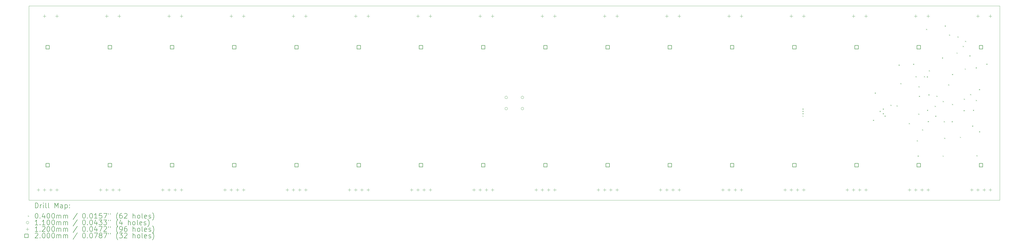
<source format=gbr>
%TF.GenerationSoftware,KiCad,Pcbnew,9.0.6*%
%TF.CreationDate,2025-12-16T13:31:08+01:00*%
%TF.ProjectId,MBO,4d424f2e-6b69-4636-9164-5f7063625858,rev?*%
%TF.SameCoordinates,Original*%
%TF.FileFunction,Drillmap*%
%TF.FilePolarity,Positive*%
%FSLAX45Y45*%
G04 Gerber Fmt 4.5, Leading zero omitted, Abs format (unit mm)*
G04 Created by KiCad (PCBNEW 9.0.6) date 2025-12-16 13:31:08*
%MOMM*%
%LPD*%
G01*
G04 APERTURE LIST*
%ADD10C,0.050000*%
%ADD11C,0.200000*%
%ADD12C,0.100000*%
%ADD13C,0.110000*%
%ADD14C,0.120000*%
G04 APERTURE END LIST*
D10*
X14650000Y-15450000D02*
X53650000Y-15450000D01*
X53650000Y-23270000D01*
X14650000Y-23270000D01*
X14650000Y-15450000D01*
D11*
D12*
X45725000Y-19579279D02*
X45765000Y-19619279D01*
X45765000Y-19579279D02*
X45725000Y-19619279D01*
X45725000Y-19674519D02*
X45765000Y-19714519D01*
X45765000Y-19674519D02*
X45725000Y-19714519D01*
X45725000Y-19769760D02*
X45765000Y-19809760D01*
X45765000Y-19769760D02*
X45725000Y-19809760D01*
X45725000Y-19865000D02*
X45765000Y-19905000D01*
X45765000Y-19865000D02*
X45725000Y-19905000D01*
X48560000Y-20035000D02*
X48600000Y-20075000D01*
X48600000Y-20035000D02*
X48560000Y-20075000D01*
X48630000Y-18940000D02*
X48670000Y-18980000D01*
X48670000Y-18940000D02*
X48630000Y-18980000D01*
X48825000Y-19675000D02*
X48865000Y-19715000D01*
X48865000Y-19675000D02*
X48825000Y-19715000D01*
X48950000Y-19585000D02*
X48990000Y-19625000D01*
X48990000Y-19585000D02*
X48950000Y-19625000D01*
X48950000Y-19770000D02*
X48990000Y-19810000D01*
X48990000Y-19770000D02*
X48950000Y-19810000D01*
X49020000Y-19865000D02*
X49060000Y-19905000D01*
X49060000Y-19865000D02*
X49020000Y-19905000D01*
X49257500Y-19430000D02*
X49297500Y-19470000D01*
X49297500Y-19430000D02*
X49257500Y-19470000D01*
X49504841Y-19457417D02*
X49544841Y-19497417D01*
X49544841Y-19457417D02*
X49504841Y-19497417D01*
X49585000Y-17815000D02*
X49625000Y-17855000D01*
X49625000Y-17815000D02*
X49585000Y-17855000D01*
X49660000Y-18555000D02*
X49700000Y-18595000D01*
X49700000Y-18555000D02*
X49660000Y-18595000D01*
X49997500Y-20165000D02*
X50037500Y-20205000D01*
X50037500Y-20165000D02*
X49997500Y-20205000D01*
X50170000Y-17780000D02*
X50210000Y-17820000D01*
X50210000Y-17780000D02*
X50170000Y-17820000D01*
X50265000Y-18280000D02*
X50305000Y-18320000D01*
X50305000Y-18280000D02*
X50265000Y-18320000D01*
X50320000Y-20860000D02*
X50360000Y-20900000D01*
X50360000Y-20860000D02*
X50320000Y-20900000D01*
X50355000Y-21475000D02*
X50395000Y-21515000D01*
X50395000Y-21475000D02*
X50355000Y-21515000D01*
X50375000Y-19785000D02*
X50415000Y-19825000D01*
X50415000Y-19785000D02*
X50375000Y-19825000D01*
X50385000Y-18685000D02*
X50425000Y-18725000D01*
X50425000Y-18685000D02*
X50385000Y-18725000D01*
X50400000Y-19070000D02*
X50440000Y-19110000D01*
X50440000Y-19070000D02*
X50400000Y-19110000D01*
X50530000Y-20420000D02*
X50570000Y-20460000D01*
X50570000Y-20420000D02*
X50530000Y-20460000D01*
X50605000Y-18280000D02*
X50645000Y-18320000D01*
X50645000Y-18280000D02*
X50605000Y-18320000D01*
X50690000Y-16375000D02*
X50730000Y-16415000D01*
X50730000Y-16375000D02*
X50690000Y-16415000D01*
X50720000Y-18285000D02*
X50760000Y-18325000D01*
X50760000Y-18285000D02*
X50720000Y-18325000D01*
X50730000Y-19635000D02*
X50770000Y-19675000D01*
X50770000Y-19635000D02*
X50730000Y-19675000D01*
X50760000Y-20085000D02*
X50800000Y-20125000D01*
X50800000Y-20085000D02*
X50760000Y-20125000D01*
X50785000Y-19010000D02*
X50825000Y-19050000D01*
X50825000Y-19010000D02*
X50785000Y-19050000D01*
X50800000Y-18040000D02*
X50840000Y-18080000D01*
X50840000Y-18040000D02*
X50800000Y-18080000D01*
X51040000Y-19475000D02*
X51080000Y-19515000D01*
X51080000Y-19475000D02*
X51040000Y-19515000D01*
X51060000Y-19870000D02*
X51100000Y-19910000D01*
X51100000Y-19870000D02*
X51060000Y-19910000D01*
X51105000Y-19065000D02*
X51145000Y-19105000D01*
X51145000Y-19065000D02*
X51105000Y-19105000D01*
X51330000Y-17525000D02*
X51370000Y-17565000D01*
X51370000Y-17525000D02*
X51330000Y-17565000D01*
X51355000Y-21475000D02*
X51395000Y-21515000D01*
X51395000Y-21475000D02*
X51355000Y-21515000D01*
X51360000Y-19275000D02*
X51400000Y-19315000D01*
X51400000Y-19275000D02*
X51360000Y-19315000D01*
X51405000Y-20090000D02*
X51445000Y-20130000D01*
X51445000Y-20090000D02*
X51405000Y-20130000D01*
X51420000Y-20760000D02*
X51460000Y-20800000D01*
X51460000Y-20760000D02*
X51420000Y-20800000D01*
X51440000Y-16235000D02*
X51480000Y-16275000D01*
X51480000Y-16235000D02*
X51440000Y-16275000D01*
X51580000Y-18610000D02*
X51620000Y-18650000D01*
X51620000Y-18610000D02*
X51580000Y-18650000D01*
X51612500Y-16600000D02*
X51652500Y-16640000D01*
X51652500Y-16600000D02*
X51612500Y-16640000D01*
X51720000Y-20090000D02*
X51760000Y-20130000D01*
X51760000Y-20090000D02*
X51720000Y-20130000D01*
X51730000Y-18190000D02*
X51770000Y-18230000D01*
X51770000Y-18190000D02*
X51730000Y-18230000D01*
X51730000Y-19395000D02*
X51770000Y-19435000D01*
X51770000Y-19395000D02*
X51730000Y-19435000D01*
X51915000Y-17325000D02*
X51955000Y-17365000D01*
X51955000Y-17325000D02*
X51915000Y-17365000D01*
X51955000Y-16675000D02*
X51995000Y-16715000D01*
X51995000Y-16675000D02*
X51955000Y-16715000D01*
X52050000Y-20720000D02*
X52090000Y-20760000D01*
X52090000Y-20720000D02*
X52050000Y-20760000D01*
X52162500Y-17060000D02*
X52202500Y-17100000D01*
X52202500Y-17060000D02*
X52162500Y-17100000D01*
X52200000Y-19645000D02*
X52240000Y-19685000D01*
X52240000Y-19645000D02*
X52200000Y-19685000D01*
X52205000Y-19185000D02*
X52245000Y-19225000D01*
X52245000Y-19185000D02*
X52205000Y-19225000D01*
X52245000Y-17970000D02*
X52285000Y-18010000D01*
X52285000Y-17970000D02*
X52245000Y-18010000D01*
X52260000Y-16857500D02*
X52300000Y-16897500D01*
X52300000Y-16857500D02*
X52260000Y-16897500D01*
X52430000Y-17440000D02*
X52470000Y-17480000D01*
X52470000Y-17440000D02*
X52430000Y-17480000D01*
X52460000Y-19000000D02*
X52500000Y-19040000D01*
X52500000Y-19000000D02*
X52460000Y-19040000D01*
X52540000Y-20270000D02*
X52580000Y-20310000D01*
X52580000Y-20270000D02*
X52540000Y-20310000D01*
X52575000Y-19635000D02*
X52615000Y-19675000D01*
X52615000Y-19635000D02*
X52575000Y-19675000D01*
X52685000Y-17920000D02*
X52725000Y-17960000D01*
X52725000Y-17920000D02*
X52685000Y-17960000D01*
X52690000Y-19235000D02*
X52730000Y-19275000D01*
X52730000Y-19235000D02*
X52690000Y-19275000D01*
X52715000Y-21460000D02*
X52755000Y-21500000D01*
X52755000Y-21460000D02*
X52715000Y-21500000D01*
X52815000Y-18800000D02*
X52855000Y-18840000D01*
X52855000Y-18800000D02*
X52815000Y-18840000D01*
X52820000Y-20495000D02*
X52860000Y-20535000D01*
X52860000Y-20495000D02*
X52820000Y-20535000D01*
X53115000Y-17775000D02*
X53155000Y-17815000D01*
X53155000Y-17775000D02*
X53115000Y-17815000D01*
D13*
X33880000Y-19135000D02*
G75*
G02*
X33770000Y-19135000I-55000J0D01*
G01*
X33770000Y-19135000D02*
G75*
G02*
X33880000Y-19135000I55000J0D01*
G01*
X33880000Y-19585000D02*
G75*
G02*
X33770000Y-19585000I-55000J0D01*
G01*
X33770000Y-19585000D02*
G75*
G02*
X33880000Y-19585000I55000J0D01*
G01*
X34530000Y-19135000D02*
G75*
G02*
X34420000Y-19135000I-55000J0D01*
G01*
X34420000Y-19135000D02*
G75*
G02*
X34530000Y-19135000I55000J0D01*
G01*
X34530000Y-19585000D02*
G75*
G02*
X34420000Y-19585000I-55000J0D01*
G01*
X34420000Y-19585000D02*
G75*
G02*
X34530000Y-19585000I55000J0D01*
G01*
D14*
X15025000Y-22800000D02*
X15025000Y-22920000D01*
X14965000Y-22860000D02*
X15085000Y-22860000D01*
X15275000Y-15800000D02*
X15275000Y-15920000D01*
X15215000Y-15860000D02*
X15335000Y-15860000D01*
X15275000Y-22800000D02*
X15275000Y-22920000D01*
X15215000Y-22860000D02*
X15335000Y-22860000D01*
X15525000Y-22800000D02*
X15525000Y-22920000D01*
X15465000Y-22860000D02*
X15585000Y-22860000D01*
X15775000Y-15800000D02*
X15775000Y-15920000D01*
X15715000Y-15860000D02*
X15835000Y-15860000D01*
X15775000Y-22800000D02*
X15775000Y-22920000D01*
X15715000Y-22860000D02*
X15835000Y-22860000D01*
X17525000Y-22800000D02*
X17525000Y-22920000D01*
X17465000Y-22860000D02*
X17585000Y-22860000D01*
X17775000Y-15800000D02*
X17775000Y-15920000D01*
X17715000Y-15860000D02*
X17835000Y-15860000D01*
X17775000Y-22800000D02*
X17775000Y-22920000D01*
X17715000Y-22860000D02*
X17835000Y-22860000D01*
X18025000Y-22800000D02*
X18025000Y-22920000D01*
X17965000Y-22860000D02*
X18085000Y-22860000D01*
X18275000Y-15800000D02*
X18275000Y-15920000D01*
X18215000Y-15860000D02*
X18335000Y-15860000D01*
X18275000Y-22800000D02*
X18275000Y-22920000D01*
X18215000Y-22860000D02*
X18335000Y-22860000D01*
X20025000Y-22800000D02*
X20025000Y-22920000D01*
X19965000Y-22860000D02*
X20085000Y-22860000D01*
X20275000Y-15800000D02*
X20275000Y-15920000D01*
X20215000Y-15860000D02*
X20335000Y-15860000D01*
X20275000Y-22800000D02*
X20275000Y-22920000D01*
X20215000Y-22860000D02*
X20335000Y-22860000D01*
X20525000Y-22800000D02*
X20525000Y-22920000D01*
X20465000Y-22860000D02*
X20585000Y-22860000D01*
X20775000Y-15800000D02*
X20775000Y-15920000D01*
X20715000Y-15860000D02*
X20835000Y-15860000D01*
X20775000Y-22800000D02*
X20775000Y-22920000D01*
X20715000Y-22860000D02*
X20835000Y-22860000D01*
X22525000Y-22800000D02*
X22525000Y-22920000D01*
X22465000Y-22860000D02*
X22585000Y-22860000D01*
X22775000Y-15800000D02*
X22775000Y-15920000D01*
X22715000Y-15860000D02*
X22835000Y-15860000D01*
X22775000Y-22800000D02*
X22775000Y-22920000D01*
X22715000Y-22860000D02*
X22835000Y-22860000D01*
X23025000Y-22800000D02*
X23025000Y-22920000D01*
X22965000Y-22860000D02*
X23085000Y-22860000D01*
X23275000Y-15800000D02*
X23275000Y-15920000D01*
X23215000Y-15860000D02*
X23335000Y-15860000D01*
X23275000Y-22800000D02*
X23275000Y-22920000D01*
X23215000Y-22860000D02*
X23335000Y-22860000D01*
X25025000Y-22800000D02*
X25025000Y-22920000D01*
X24965000Y-22860000D02*
X25085000Y-22860000D01*
X25275000Y-15800000D02*
X25275000Y-15920000D01*
X25215000Y-15860000D02*
X25335000Y-15860000D01*
X25275000Y-22800000D02*
X25275000Y-22920000D01*
X25215000Y-22860000D02*
X25335000Y-22860000D01*
X25525000Y-22800000D02*
X25525000Y-22920000D01*
X25465000Y-22860000D02*
X25585000Y-22860000D01*
X25775000Y-15800000D02*
X25775000Y-15920000D01*
X25715000Y-15860000D02*
X25835000Y-15860000D01*
X25775000Y-22800000D02*
X25775000Y-22920000D01*
X25715000Y-22860000D02*
X25835000Y-22860000D01*
X27525000Y-22800000D02*
X27525000Y-22920000D01*
X27465000Y-22860000D02*
X27585000Y-22860000D01*
X27775000Y-15800000D02*
X27775000Y-15920000D01*
X27715000Y-15860000D02*
X27835000Y-15860000D01*
X27775000Y-22800000D02*
X27775000Y-22920000D01*
X27715000Y-22860000D02*
X27835000Y-22860000D01*
X28025000Y-22800000D02*
X28025000Y-22920000D01*
X27965000Y-22860000D02*
X28085000Y-22860000D01*
X28275000Y-15800000D02*
X28275000Y-15920000D01*
X28215000Y-15860000D02*
X28335000Y-15860000D01*
X28275000Y-22800000D02*
X28275000Y-22920000D01*
X28215000Y-22860000D02*
X28335000Y-22860000D01*
X30025000Y-22800000D02*
X30025000Y-22920000D01*
X29965000Y-22860000D02*
X30085000Y-22860000D01*
X30275000Y-15800000D02*
X30275000Y-15920000D01*
X30215000Y-15860000D02*
X30335000Y-15860000D01*
X30275000Y-22800000D02*
X30275000Y-22920000D01*
X30215000Y-22860000D02*
X30335000Y-22860000D01*
X30525000Y-22800000D02*
X30525000Y-22920000D01*
X30465000Y-22860000D02*
X30585000Y-22860000D01*
X30775000Y-15800000D02*
X30775000Y-15920000D01*
X30715000Y-15860000D02*
X30835000Y-15860000D01*
X30775000Y-22800000D02*
X30775000Y-22920000D01*
X30715000Y-22860000D02*
X30835000Y-22860000D01*
X32525000Y-22800000D02*
X32525000Y-22920000D01*
X32465000Y-22860000D02*
X32585000Y-22860000D01*
X32775000Y-15800000D02*
X32775000Y-15920000D01*
X32715000Y-15860000D02*
X32835000Y-15860000D01*
X32775000Y-22800000D02*
X32775000Y-22920000D01*
X32715000Y-22860000D02*
X32835000Y-22860000D01*
X33025000Y-22800000D02*
X33025000Y-22920000D01*
X32965000Y-22860000D02*
X33085000Y-22860000D01*
X33275000Y-15800000D02*
X33275000Y-15920000D01*
X33215000Y-15860000D02*
X33335000Y-15860000D01*
X33275000Y-22800000D02*
X33275000Y-22920000D01*
X33215000Y-22860000D02*
X33335000Y-22860000D01*
X35025000Y-22800000D02*
X35025000Y-22920000D01*
X34965000Y-22860000D02*
X35085000Y-22860000D01*
X35275000Y-15800000D02*
X35275000Y-15920000D01*
X35215000Y-15860000D02*
X35335000Y-15860000D01*
X35275000Y-22800000D02*
X35275000Y-22920000D01*
X35215000Y-22860000D02*
X35335000Y-22860000D01*
X35525000Y-22800000D02*
X35525000Y-22920000D01*
X35465000Y-22860000D02*
X35585000Y-22860000D01*
X35775000Y-15800000D02*
X35775000Y-15920000D01*
X35715000Y-15860000D02*
X35835000Y-15860000D01*
X35775000Y-22800000D02*
X35775000Y-22920000D01*
X35715000Y-22860000D02*
X35835000Y-22860000D01*
X37525000Y-22800000D02*
X37525000Y-22920000D01*
X37465000Y-22860000D02*
X37585000Y-22860000D01*
X37775000Y-15800000D02*
X37775000Y-15920000D01*
X37715000Y-15860000D02*
X37835000Y-15860000D01*
X37775000Y-22800000D02*
X37775000Y-22920000D01*
X37715000Y-22860000D02*
X37835000Y-22860000D01*
X38025000Y-22800000D02*
X38025000Y-22920000D01*
X37965000Y-22860000D02*
X38085000Y-22860000D01*
X38275000Y-15800000D02*
X38275000Y-15920000D01*
X38215000Y-15860000D02*
X38335000Y-15860000D01*
X38275000Y-22800000D02*
X38275000Y-22920000D01*
X38215000Y-22860000D02*
X38335000Y-22860000D01*
X40025000Y-22800000D02*
X40025000Y-22920000D01*
X39965000Y-22860000D02*
X40085000Y-22860000D01*
X40275000Y-15800000D02*
X40275000Y-15920000D01*
X40215000Y-15860000D02*
X40335000Y-15860000D01*
X40275000Y-22800000D02*
X40275000Y-22920000D01*
X40215000Y-22860000D02*
X40335000Y-22860000D01*
X40525000Y-22800000D02*
X40525000Y-22920000D01*
X40465000Y-22860000D02*
X40585000Y-22860000D01*
X40775000Y-15800000D02*
X40775000Y-15920000D01*
X40715000Y-15860000D02*
X40835000Y-15860000D01*
X40775000Y-22800000D02*
X40775000Y-22920000D01*
X40715000Y-22860000D02*
X40835000Y-22860000D01*
X42525000Y-22800000D02*
X42525000Y-22920000D01*
X42465000Y-22860000D02*
X42585000Y-22860000D01*
X42775000Y-15800000D02*
X42775000Y-15920000D01*
X42715000Y-15860000D02*
X42835000Y-15860000D01*
X42775000Y-22800000D02*
X42775000Y-22920000D01*
X42715000Y-22860000D02*
X42835000Y-22860000D01*
X43025000Y-22800000D02*
X43025000Y-22920000D01*
X42965000Y-22860000D02*
X43085000Y-22860000D01*
X43275000Y-15800000D02*
X43275000Y-15920000D01*
X43215000Y-15860000D02*
X43335000Y-15860000D01*
X43275000Y-22800000D02*
X43275000Y-22920000D01*
X43215000Y-22860000D02*
X43335000Y-22860000D01*
X45025000Y-22800000D02*
X45025000Y-22920000D01*
X44965000Y-22860000D02*
X45085000Y-22860000D01*
X45275000Y-15800000D02*
X45275000Y-15920000D01*
X45215000Y-15860000D02*
X45335000Y-15860000D01*
X45275000Y-22800000D02*
X45275000Y-22920000D01*
X45215000Y-22860000D02*
X45335000Y-22860000D01*
X45525000Y-22800000D02*
X45525000Y-22920000D01*
X45465000Y-22860000D02*
X45585000Y-22860000D01*
X45775000Y-15800000D02*
X45775000Y-15920000D01*
X45715000Y-15860000D02*
X45835000Y-15860000D01*
X45775000Y-22800000D02*
X45775000Y-22920000D01*
X45715000Y-22860000D02*
X45835000Y-22860000D01*
X47525000Y-22800000D02*
X47525000Y-22920000D01*
X47465000Y-22860000D02*
X47585000Y-22860000D01*
X47775000Y-15800000D02*
X47775000Y-15920000D01*
X47715000Y-15860000D02*
X47835000Y-15860000D01*
X47775000Y-22800000D02*
X47775000Y-22920000D01*
X47715000Y-22860000D02*
X47835000Y-22860000D01*
X48025000Y-22800000D02*
X48025000Y-22920000D01*
X47965000Y-22860000D02*
X48085000Y-22860000D01*
X48275000Y-15800000D02*
X48275000Y-15920000D01*
X48215000Y-15860000D02*
X48335000Y-15860000D01*
X48275000Y-22800000D02*
X48275000Y-22920000D01*
X48215000Y-22860000D02*
X48335000Y-22860000D01*
X50025000Y-22800000D02*
X50025000Y-22920000D01*
X49965000Y-22860000D02*
X50085000Y-22860000D01*
X50275000Y-15800000D02*
X50275000Y-15920000D01*
X50215000Y-15860000D02*
X50335000Y-15860000D01*
X50275000Y-22800000D02*
X50275000Y-22920000D01*
X50215000Y-22860000D02*
X50335000Y-22860000D01*
X50525000Y-22800000D02*
X50525000Y-22920000D01*
X50465000Y-22860000D02*
X50585000Y-22860000D01*
X50775000Y-15800000D02*
X50775000Y-15920000D01*
X50715000Y-15860000D02*
X50835000Y-15860000D01*
X50775000Y-22800000D02*
X50775000Y-22920000D01*
X50715000Y-22860000D02*
X50835000Y-22860000D01*
X52525000Y-22800000D02*
X52525000Y-22920000D01*
X52465000Y-22860000D02*
X52585000Y-22860000D01*
X52775000Y-15800000D02*
X52775000Y-15920000D01*
X52715000Y-15860000D02*
X52835000Y-15860000D01*
X52775000Y-22800000D02*
X52775000Y-22920000D01*
X52715000Y-22860000D02*
X52835000Y-22860000D01*
X53025000Y-22800000D02*
X53025000Y-22920000D01*
X52965000Y-22860000D02*
X53085000Y-22860000D01*
X53275000Y-15800000D02*
X53275000Y-15920000D01*
X53215000Y-15860000D02*
X53335000Y-15860000D01*
X53275000Y-22800000D02*
X53275000Y-22920000D01*
X53215000Y-22860000D02*
X53335000Y-22860000D01*
D11*
X15470711Y-17180711D02*
X15470711Y-17039289D01*
X15329289Y-17039289D01*
X15329289Y-17180711D01*
X15470711Y-17180711D01*
X15470711Y-21930711D02*
X15470711Y-21789289D01*
X15329289Y-21789289D01*
X15329289Y-21930711D01*
X15470711Y-21930711D01*
X17970711Y-17180711D02*
X17970711Y-17039289D01*
X17829289Y-17039289D01*
X17829289Y-17180711D01*
X17970711Y-17180711D01*
X17970711Y-21930711D02*
X17970711Y-21789289D01*
X17829289Y-21789289D01*
X17829289Y-21930711D01*
X17970711Y-21930711D01*
X20470711Y-17180711D02*
X20470711Y-17039289D01*
X20329289Y-17039289D01*
X20329289Y-17180711D01*
X20470711Y-17180711D01*
X20470711Y-21930711D02*
X20470711Y-21789289D01*
X20329289Y-21789289D01*
X20329289Y-21930711D01*
X20470711Y-21930711D01*
X22970711Y-17180711D02*
X22970711Y-17039289D01*
X22829289Y-17039289D01*
X22829289Y-17180711D01*
X22970711Y-17180711D01*
X22970711Y-21930711D02*
X22970711Y-21789289D01*
X22829289Y-21789289D01*
X22829289Y-21930711D01*
X22970711Y-21930711D01*
X25470711Y-17180711D02*
X25470711Y-17039289D01*
X25329289Y-17039289D01*
X25329289Y-17180711D01*
X25470711Y-17180711D01*
X25470711Y-21930711D02*
X25470711Y-21789289D01*
X25329289Y-21789289D01*
X25329289Y-21930711D01*
X25470711Y-21930711D01*
X27970711Y-17180711D02*
X27970711Y-17039289D01*
X27829289Y-17039289D01*
X27829289Y-17180711D01*
X27970711Y-17180711D01*
X27970711Y-21930711D02*
X27970711Y-21789289D01*
X27829289Y-21789289D01*
X27829289Y-21930711D01*
X27970711Y-21930711D01*
X30470711Y-17180711D02*
X30470711Y-17039289D01*
X30329289Y-17039289D01*
X30329289Y-17180711D01*
X30470711Y-17180711D01*
X30470711Y-21930711D02*
X30470711Y-21789289D01*
X30329289Y-21789289D01*
X30329289Y-21930711D01*
X30470711Y-21930711D01*
X32970711Y-17180711D02*
X32970711Y-17039289D01*
X32829289Y-17039289D01*
X32829289Y-17180711D01*
X32970711Y-17180711D01*
X32970711Y-21930711D02*
X32970711Y-21789289D01*
X32829289Y-21789289D01*
X32829289Y-21930711D01*
X32970711Y-21930711D01*
X35470711Y-17180711D02*
X35470711Y-17039289D01*
X35329289Y-17039289D01*
X35329289Y-17180711D01*
X35470711Y-17180711D01*
X35470711Y-21930711D02*
X35470711Y-21789289D01*
X35329289Y-21789289D01*
X35329289Y-21930711D01*
X35470711Y-21930711D01*
X37970711Y-17180711D02*
X37970711Y-17039289D01*
X37829289Y-17039289D01*
X37829289Y-17180711D01*
X37970711Y-17180711D01*
X37970711Y-21930711D02*
X37970711Y-21789289D01*
X37829289Y-21789289D01*
X37829289Y-21930711D01*
X37970711Y-21930711D01*
X40470711Y-17180711D02*
X40470711Y-17039289D01*
X40329289Y-17039289D01*
X40329289Y-17180711D01*
X40470711Y-17180711D01*
X40470711Y-21930711D02*
X40470711Y-21789289D01*
X40329289Y-21789289D01*
X40329289Y-21930711D01*
X40470711Y-21930711D01*
X42970711Y-17180711D02*
X42970711Y-17039289D01*
X42829289Y-17039289D01*
X42829289Y-17180711D01*
X42970711Y-17180711D01*
X42970711Y-21930711D02*
X42970711Y-21789289D01*
X42829289Y-21789289D01*
X42829289Y-21930711D01*
X42970711Y-21930711D01*
X45470711Y-17180711D02*
X45470711Y-17039289D01*
X45329289Y-17039289D01*
X45329289Y-17180711D01*
X45470711Y-17180711D01*
X45470711Y-21930711D02*
X45470711Y-21789289D01*
X45329289Y-21789289D01*
X45329289Y-21930711D01*
X45470711Y-21930711D01*
X47970711Y-17180711D02*
X47970711Y-17039289D01*
X47829289Y-17039289D01*
X47829289Y-17180711D01*
X47970711Y-17180711D01*
X47970711Y-21930711D02*
X47970711Y-21789289D01*
X47829289Y-21789289D01*
X47829289Y-21930711D01*
X47970711Y-21930711D01*
X50470711Y-17180711D02*
X50470711Y-17039289D01*
X50329289Y-17039289D01*
X50329289Y-17180711D01*
X50470711Y-17180711D01*
X50470711Y-21930711D02*
X50470711Y-21789289D01*
X50329289Y-21789289D01*
X50329289Y-21930711D01*
X50470711Y-21930711D01*
X52970711Y-17180711D02*
X52970711Y-17039289D01*
X52829289Y-17039289D01*
X52829289Y-17180711D01*
X52970711Y-17180711D01*
X52970711Y-21930711D02*
X52970711Y-21789289D01*
X52829289Y-21789289D01*
X52829289Y-21930711D01*
X52970711Y-21930711D01*
X14908277Y-23583984D02*
X14908277Y-23383984D01*
X14908277Y-23383984D02*
X14955896Y-23383984D01*
X14955896Y-23383984D02*
X14984467Y-23393508D01*
X14984467Y-23393508D02*
X15003515Y-23412555D01*
X15003515Y-23412555D02*
X15013039Y-23431603D01*
X15013039Y-23431603D02*
X15022562Y-23469698D01*
X15022562Y-23469698D02*
X15022562Y-23498269D01*
X15022562Y-23498269D02*
X15013039Y-23536365D01*
X15013039Y-23536365D02*
X15003515Y-23555412D01*
X15003515Y-23555412D02*
X14984467Y-23574460D01*
X14984467Y-23574460D02*
X14955896Y-23583984D01*
X14955896Y-23583984D02*
X14908277Y-23583984D01*
X15108277Y-23583984D02*
X15108277Y-23450650D01*
X15108277Y-23488746D02*
X15117801Y-23469698D01*
X15117801Y-23469698D02*
X15127324Y-23460174D01*
X15127324Y-23460174D02*
X15146372Y-23450650D01*
X15146372Y-23450650D02*
X15165420Y-23450650D01*
X15232086Y-23583984D02*
X15232086Y-23450650D01*
X15232086Y-23383984D02*
X15222562Y-23393508D01*
X15222562Y-23393508D02*
X15232086Y-23403031D01*
X15232086Y-23403031D02*
X15241610Y-23393508D01*
X15241610Y-23393508D02*
X15232086Y-23383984D01*
X15232086Y-23383984D02*
X15232086Y-23403031D01*
X15355896Y-23583984D02*
X15336848Y-23574460D01*
X15336848Y-23574460D02*
X15327324Y-23555412D01*
X15327324Y-23555412D02*
X15327324Y-23383984D01*
X15460658Y-23583984D02*
X15441610Y-23574460D01*
X15441610Y-23574460D02*
X15432086Y-23555412D01*
X15432086Y-23555412D02*
X15432086Y-23383984D01*
X15689229Y-23583984D02*
X15689229Y-23383984D01*
X15689229Y-23383984D02*
X15755896Y-23526841D01*
X15755896Y-23526841D02*
X15822562Y-23383984D01*
X15822562Y-23383984D02*
X15822562Y-23583984D01*
X16003515Y-23583984D02*
X16003515Y-23479222D01*
X16003515Y-23479222D02*
X15993991Y-23460174D01*
X15993991Y-23460174D02*
X15974943Y-23450650D01*
X15974943Y-23450650D02*
X15936848Y-23450650D01*
X15936848Y-23450650D02*
X15917801Y-23460174D01*
X16003515Y-23574460D02*
X15984467Y-23583984D01*
X15984467Y-23583984D02*
X15936848Y-23583984D01*
X15936848Y-23583984D02*
X15917801Y-23574460D01*
X15917801Y-23574460D02*
X15908277Y-23555412D01*
X15908277Y-23555412D02*
X15908277Y-23536365D01*
X15908277Y-23536365D02*
X15917801Y-23517317D01*
X15917801Y-23517317D02*
X15936848Y-23507793D01*
X15936848Y-23507793D02*
X15984467Y-23507793D01*
X15984467Y-23507793D02*
X16003515Y-23498269D01*
X16098753Y-23450650D02*
X16098753Y-23650650D01*
X16098753Y-23460174D02*
X16117801Y-23450650D01*
X16117801Y-23450650D02*
X16155896Y-23450650D01*
X16155896Y-23450650D02*
X16174943Y-23460174D01*
X16174943Y-23460174D02*
X16184467Y-23469698D01*
X16184467Y-23469698D02*
X16193991Y-23488746D01*
X16193991Y-23488746D02*
X16193991Y-23545888D01*
X16193991Y-23545888D02*
X16184467Y-23564936D01*
X16184467Y-23564936D02*
X16174943Y-23574460D01*
X16174943Y-23574460D02*
X16155896Y-23583984D01*
X16155896Y-23583984D02*
X16117801Y-23583984D01*
X16117801Y-23583984D02*
X16098753Y-23574460D01*
X16279705Y-23564936D02*
X16289229Y-23574460D01*
X16289229Y-23574460D02*
X16279705Y-23583984D01*
X16279705Y-23583984D02*
X16270182Y-23574460D01*
X16270182Y-23574460D02*
X16279705Y-23564936D01*
X16279705Y-23564936D02*
X16279705Y-23583984D01*
X16279705Y-23460174D02*
X16289229Y-23469698D01*
X16289229Y-23469698D02*
X16279705Y-23479222D01*
X16279705Y-23479222D02*
X16270182Y-23469698D01*
X16270182Y-23469698D02*
X16279705Y-23460174D01*
X16279705Y-23460174D02*
X16279705Y-23479222D01*
D12*
X14607500Y-23892500D02*
X14647500Y-23932500D01*
X14647500Y-23892500D02*
X14607500Y-23932500D01*
D11*
X14946372Y-23803984D02*
X14965420Y-23803984D01*
X14965420Y-23803984D02*
X14984467Y-23813508D01*
X14984467Y-23813508D02*
X14993991Y-23823031D01*
X14993991Y-23823031D02*
X15003515Y-23842079D01*
X15003515Y-23842079D02*
X15013039Y-23880174D01*
X15013039Y-23880174D02*
X15013039Y-23927793D01*
X15013039Y-23927793D02*
X15003515Y-23965888D01*
X15003515Y-23965888D02*
X14993991Y-23984936D01*
X14993991Y-23984936D02*
X14984467Y-23994460D01*
X14984467Y-23994460D02*
X14965420Y-24003984D01*
X14965420Y-24003984D02*
X14946372Y-24003984D01*
X14946372Y-24003984D02*
X14927324Y-23994460D01*
X14927324Y-23994460D02*
X14917801Y-23984936D01*
X14917801Y-23984936D02*
X14908277Y-23965888D01*
X14908277Y-23965888D02*
X14898753Y-23927793D01*
X14898753Y-23927793D02*
X14898753Y-23880174D01*
X14898753Y-23880174D02*
X14908277Y-23842079D01*
X14908277Y-23842079D02*
X14917801Y-23823031D01*
X14917801Y-23823031D02*
X14927324Y-23813508D01*
X14927324Y-23813508D02*
X14946372Y-23803984D01*
X15098753Y-23984936D02*
X15108277Y-23994460D01*
X15108277Y-23994460D02*
X15098753Y-24003984D01*
X15098753Y-24003984D02*
X15089229Y-23994460D01*
X15089229Y-23994460D02*
X15098753Y-23984936D01*
X15098753Y-23984936D02*
X15098753Y-24003984D01*
X15279705Y-23870650D02*
X15279705Y-24003984D01*
X15232086Y-23794460D02*
X15184467Y-23937317D01*
X15184467Y-23937317D02*
X15308277Y-23937317D01*
X15422562Y-23803984D02*
X15441610Y-23803984D01*
X15441610Y-23803984D02*
X15460658Y-23813508D01*
X15460658Y-23813508D02*
X15470182Y-23823031D01*
X15470182Y-23823031D02*
X15479705Y-23842079D01*
X15479705Y-23842079D02*
X15489229Y-23880174D01*
X15489229Y-23880174D02*
X15489229Y-23927793D01*
X15489229Y-23927793D02*
X15479705Y-23965888D01*
X15479705Y-23965888D02*
X15470182Y-23984936D01*
X15470182Y-23984936D02*
X15460658Y-23994460D01*
X15460658Y-23994460D02*
X15441610Y-24003984D01*
X15441610Y-24003984D02*
X15422562Y-24003984D01*
X15422562Y-24003984D02*
X15403515Y-23994460D01*
X15403515Y-23994460D02*
X15393991Y-23984936D01*
X15393991Y-23984936D02*
X15384467Y-23965888D01*
X15384467Y-23965888D02*
X15374943Y-23927793D01*
X15374943Y-23927793D02*
X15374943Y-23880174D01*
X15374943Y-23880174D02*
X15384467Y-23842079D01*
X15384467Y-23842079D02*
X15393991Y-23823031D01*
X15393991Y-23823031D02*
X15403515Y-23813508D01*
X15403515Y-23813508D02*
X15422562Y-23803984D01*
X15613039Y-23803984D02*
X15632086Y-23803984D01*
X15632086Y-23803984D02*
X15651134Y-23813508D01*
X15651134Y-23813508D02*
X15660658Y-23823031D01*
X15660658Y-23823031D02*
X15670182Y-23842079D01*
X15670182Y-23842079D02*
X15679705Y-23880174D01*
X15679705Y-23880174D02*
X15679705Y-23927793D01*
X15679705Y-23927793D02*
X15670182Y-23965888D01*
X15670182Y-23965888D02*
X15660658Y-23984936D01*
X15660658Y-23984936D02*
X15651134Y-23994460D01*
X15651134Y-23994460D02*
X15632086Y-24003984D01*
X15632086Y-24003984D02*
X15613039Y-24003984D01*
X15613039Y-24003984D02*
X15593991Y-23994460D01*
X15593991Y-23994460D02*
X15584467Y-23984936D01*
X15584467Y-23984936D02*
X15574943Y-23965888D01*
X15574943Y-23965888D02*
X15565420Y-23927793D01*
X15565420Y-23927793D02*
X15565420Y-23880174D01*
X15565420Y-23880174D02*
X15574943Y-23842079D01*
X15574943Y-23842079D02*
X15584467Y-23823031D01*
X15584467Y-23823031D02*
X15593991Y-23813508D01*
X15593991Y-23813508D02*
X15613039Y-23803984D01*
X15765420Y-24003984D02*
X15765420Y-23870650D01*
X15765420Y-23889698D02*
X15774943Y-23880174D01*
X15774943Y-23880174D02*
X15793991Y-23870650D01*
X15793991Y-23870650D02*
X15822563Y-23870650D01*
X15822563Y-23870650D02*
X15841610Y-23880174D01*
X15841610Y-23880174D02*
X15851134Y-23899222D01*
X15851134Y-23899222D02*
X15851134Y-24003984D01*
X15851134Y-23899222D02*
X15860658Y-23880174D01*
X15860658Y-23880174D02*
X15879705Y-23870650D01*
X15879705Y-23870650D02*
X15908277Y-23870650D01*
X15908277Y-23870650D02*
X15927324Y-23880174D01*
X15927324Y-23880174D02*
X15936848Y-23899222D01*
X15936848Y-23899222D02*
X15936848Y-24003984D01*
X16032086Y-24003984D02*
X16032086Y-23870650D01*
X16032086Y-23889698D02*
X16041610Y-23880174D01*
X16041610Y-23880174D02*
X16060658Y-23870650D01*
X16060658Y-23870650D02*
X16089229Y-23870650D01*
X16089229Y-23870650D02*
X16108277Y-23880174D01*
X16108277Y-23880174D02*
X16117801Y-23899222D01*
X16117801Y-23899222D02*
X16117801Y-24003984D01*
X16117801Y-23899222D02*
X16127324Y-23880174D01*
X16127324Y-23880174D02*
X16146372Y-23870650D01*
X16146372Y-23870650D02*
X16174943Y-23870650D01*
X16174943Y-23870650D02*
X16193991Y-23880174D01*
X16193991Y-23880174D02*
X16203515Y-23899222D01*
X16203515Y-23899222D02*
X16203515Y-24003984D01*
X16593991Y-23794460D02*
X16422563Y-24051603D01*
X16851134Y-23803984D02*
X16870182Y-23803984D01*
X16870182Y-23803984D02*
X16889229Y-23813508D01*
X16889229Y-23813508D02*
X16898753Y-23823031D01*
X16898753Y-23823031D02*
X16908277Y-23842079D01*
X16908277Y-23842079D02*
X16917801Y-23880174D01*
X16917801Y-23880174D02*
X16917801Y-23927793D01*
X16917801Y-23927793D02*
X16908277Y-23965888D01*
X16908277Y-23965888D02*
X16898753Y-23984936D01*
X16898753Y-23984936D02*
X16889229Y-23994460D01*
X16889229Y-23994460D02*
X16870182Y-24003984D01*
X16870182Y-24003984D02*
X16851134Y-24003984D01*
X16851134Y-24003984D02*
X16832087Y-23994460D01*
X16832087Y-23994460D02*
X16822563Y-23984936D01*
X16822563Y-23984936D02*
X16813039Y-23965888D01*
X16813039Y-23965888D02*
X16803515Y-23927793D01*
X16803515Y-23927793D02*
X16803515Y-23880174D01*
X16803515Y-23880174D02*
X16813039Y-23842079D01*
X16813039Y-23842079D02*
X16822563Y-23823031D01*
X16822563Y-23823031D02*
X16832087Y-23813508D01*
X16832087Y-23813508D02*
X16851134Y-23803984D01*
X17003515Y-23984936D02*
X17013039Y-23994460D01*
X17013039Y-23994460D02*
X17003515Y-24003984D01*
X17003515Y-24003984D02*
X16993991Y-23994460D01*
X16993991Y-23994460D02*
X17003515Y-23984936D01*
X17003515Y-23984936D02*
X17003515Y-24003984D01*
X17136848Y-23803984D02*
X17155896Y-23803984D01*
X17155896Y-23803984D02*
X17174944Y-23813508D01*
X17174944Y-23813508D02*
X17184468Y-23823031D01*
X17184468Y-23823031D02*
X17193991Y-23842079D01*
X17193991Y-23842079D02*
X17203515Y-23880174D01*
X17203515Y-23880174D02*
X17203515Y-23927793D01*
X17203515Y-23927793D02*
X17193991Y-23965888D01*
X17193991Y-23965888D02*
X17184468Y-23984936D01*
X17184468Y-23984936D02*
X17174944Y-23994460D01*
X17174944Y-23994460D02*
X17155896Y-24003984D01*
X17155896Y-24003984D02*
X17136848Y-24003984D01*
X17136848Y-24003984D02*
X17117801Y-23994460D01*
X17117801Y-23994460D02*
X17108277Y-23984936D01*
X17108277Y-23984936D02*
X17098753Y-23965888D01*
X17098753Y-23965888D02*
X17089229Y-23927793D01*
X17089229Y-23927793D02*
X17089229Y-23880174D01*
X17089229Y-23880174D02*
X17098753Y-23842079D01*
X17098753Y-23842079D02*
X17108277Y-23823031D01*
X17108277Y-23823031D02*
X17117801Y-23813508D01*
X17117801Y-23813508D02*
X17136848Y-23803984D01*
X17393991Y-24003984D02*
X17279706Y-24003984D01*
X17336848Y-24003984D02*
X17336848Y-23803984D01*
X17336848Y-23803984D02*
X17317801Y-23832555D01*
X17317801Y-23832555D02*
X17298753Y-23851603D01*
X17298753Y-23851603D02*
X17279706Y-23861127D01*
X17574944Y-23803984D02*
X17479706Y-23803984D01*
X17479706Y-23803984D02*
X17470182Y-23899222D01*
X17470182Y-23899222D02*
X17479706Y-23889698D01*
X17479706Y-23889698D02*
X17498753Y-23880174D01*
X17498753Y-23880174D02*
X17546372Y-23880174D01*
X17546372Y-23880174D02*
X17565420Y-23889698D01*
X17565420Y-23889698D02*
X17574944Y-23899222D01*
X17574944Y-23899222D02*
X17584468Y-23918269D01*
X17584468Y-23918269D02*
X17584468Y-23965888D01*
X17584468Y-23965888D02*
X17574944Y-23984936D01*
X17574944Y-23984936D02*
X17565420Y-23994460D01*
X17565420Y-23994460D02*
X17546372Y-24003984D01*
X17546372Y-24003984D02*
X17498753Y-24003984D01*
X17498753Y-24003984D02*
X17479706Y-23994460D01*
X17479706Y-23994460D02*
X17470182Y-23984936D01*
X17651134Y-23803984D02*
X17784468Y-23803984D01*
X17784468Y-23803984D02*
X17698753Y-24003984D01*
X17851134Y-23803984D02*
X17851134Y-23842079D01*
X17927325Y-23803984D02*
X17927325Y-23842079D01*
X18222563Y-24080174D02*
X18213039Y-24070650D01*
X18213039Y-24070650D02*
X18193991Y-24042079D01*
X18193991Y-24042079D02*
X18184468Y-24023031D01*
X18184468Y-24023031D02*
X18174944Y-23994460D01*
X18174944Y-23994460D02*
X18165420Y-23946841D01*
X18165420Y-23946841D02*
X18165420Y-23908746D01*
X18165420Y-23908746D02*
X18174944Y-23861127D01*
X18174944Y-23861127D02*
X18184468Y-23832555D01*
X18184468Y-23832555D02*
X18193991Y-23813508D01*
X18193991Y-23813508D02*
X18213039Y-23784936D01*
X18213039Y-23784936D02*
X18222563Y-23775412D01*
X18384468Y-23803984D02*
X18346372Y-23803984D01*
X18346372Y-23803984D02*
X18327325Y-23813508D01*
X18327325Y-23813508D02*
X18317801Y-23823031D01*
X18317801Y-23823031D02*
X18298753Y-23851603D01*
X18298753Y-23851603D02*
X18289230Y-23889698D01*
X18289230Y-23889698D02*
X18289230Y-23965888D01*
X18289230Y-23965888D02*
X18298753Y-23984936D01*
X18298753Y-23984936D02*
X18308277Y-23994460D01*
X18308277Y-23994460D02*
X18327325Y-24003984D01*
X18327325Y-24003984D02*
X18365420Y-24003984D01*
X18365420Y-24003984D02*
X18384468Y-23994460D01*
X18384468Y-23994460D02*
X18393991Y-23984936D01*
X18393991Y-23984936D02*
X18403515Y-23965888D01*
X18403515Y-23965888D02*
X18403515Y-23918269D01*
X18403515Y-23918269D02*
X18393991Y-23899222D01*
X18393991Y-23899222D02*
X18384468Y-23889698D01*
X18384468Y-23889698D02*
X18365420Y-23880174D01*
X18365420Y-23880174D02*
X18327325Y-23880174D01*
X18327325Y-23880174D02*
X18308277Y-23889698D01*
X18308277Y-23889698D02*
X18298753Y-23899222D01*
X18298753Y-23899222D02*
X18289230Y-23918269D01*
X18479706Y-23823031D02*
X18489230Y-23813508D01*
X18489230Y-23813508D02*
X18508277Y-23803984D01*
X18508277Y-23803984D02*
X18555896Y-23803984D01*
X18555896Y-23803984D02*
X18574944Y-23813508D01*
X18574944Y-23813508D02*
X18584468Y-23823031D01*
X18584468Y-23823031D02*
X18593991Y-23842079D01*
X18593991Y-23842079D02*
X18593991Y-23861127D01*
X18593991Y-23861127D02*
X18584468Y-23889698D01*
X18584468Y-23889698D02*
X18470182Y-24003984D01*
X18470182Y-24003984D02*
X18593991Y-24003984D01*
X18832087Y-24003984D02*
X18832087Y-23803984D01*
X18917801Y-24003984D02*
X18917801Y-23899222D01*
X18917801Y-23899222D02*
X18908277Y-23880174D01*
X18908277Y-23880174D02*
X18889230Y-23870650D01*
X18889230Y-23870650D02*
X18860658Y-23870650D01*
X18860658Y-23870650D02*
X18841611Y-23880174D01*
X18841611Y-23880174D02*
X18832087Y-23889698D01*
X19041611Y-24003984D02*
X19022563Y-23994460D01*
X19022563Y-23994460D02*
X19013039Y-23984936D01*
X19013039Y-23984936D02*
X19003515Y-23965888D01*
X19003515Y-23965888D02*
X19003515Y-23908746D01*
X19003515Y-23908746D02*
X19013039Y-23889698D01*
X19013039Y-23889698D02*
X19022563Y-23880174D01*
X19022563Y-23880174D02*
X19041611Y-23870650D01*
X19041611Y-23870650D02*
X19070182Y-23870650D01*
X19070182Y-23870650D02*
X19089230Y-23880174D01*
X19089230Y-23880174D02*
X19098753Y-23889698D01*
X19098753Y-23889698D02*
X19108277Y-23908746D01*
X19108277Y-23908746D02*
X19108277Y-23965888D01*
X19108277Y-23965888D02*
X19098753Y-23984936D01*
X19098753Y-23984936D02*
X19089230Y-23994460D01*
X19089230Y-23994460D02*
X19070182Y-24003984D01*
X19070182Y-24003984D02*
X19041611Y-24003984D01*
X19222563Y-24003984D02*
X19203515Y-23994460D01*
X19203515Y-23994460D02*
X19193992Y-23975412D01*
X19193992Y-23975412D02*
X19193992Y-23803984D01*
X19374944Y-23994460D02*
X19355896Y-24003984D01*
X19355896Y-24003984D02*
X19317801Y-24003984D01*
X19317801Y-24003984D02*
X19298753Y-23994460D01*
X19298753Y-23994460D02*
X19289230Y-23975412D01*
X19289230Y-23975412D02*
X19289230Y-23899222D01*
X19289230Y-23899222D02*
X19298753Y-23880174D01*
X19298753Y-23880174D02*
X19317801Y-23870650D01*
X19317801Y-23870650D02*
X19355896Y-23870650D01*
X19355896Y-23870650D02*
X19374944Y-23880174D01*
X19374944Y-23880174D02*
X19384468Y-23899222D01*
X19384468Y-23899222D02*
X19384468Y-23918269D01*
X19384468Y-23918269D02*
X19289230Y-23937317D01*
X19460658Y-23994460D02*
X19479706Y-24003984D01*
X19479706Y-24003984D02*
X19517801Y-24003984D01*
X19517801Y-24003984D02*
X19536849Y-23994460D01*
X19536849Y-23994460D02*
X19546373Y-23975412D01*
X19546373Y-23975412D02*
X19546373Y-23965888D01*
X19546373Y-23965888D02*
X19536849Y-23946841D01*
X19536849Y-23946841D02*
X19517801Y-23937317D01*
X19517801Y-23937317D02*
X19489230Y-23937317D01*
X19489230Y-23937317D02*
X19470182Y-23927793D01*
X19470182Y-23927793D02*
X19460658Y-23908746D01*
X19460658Y-23908746D02*
X19460658Y-23899222D01*
X19460658Y-23899222D02*
X19470182Y-23880174D01*
X19470182Y-23880174D02*
X19489230Y-23870650D01*
X19489230Y-23870650D02*
X19517801Y-23870650D01*
X19517801Y-23870650D02*
X19536849Y-23880174D01*
X19613039Y-24080174D02*
X19622563Y-24070650D01*
X19622563Y-24070650D02*
X19641611Y-24042079D01*
X19641611Y-24042079D02*
X19651134Y-24023031D01*
X19651134Y-24023031D02*
X19660658Y-23994460D01*
X19660658Y-23994460D02*
X19670182Y-23946841D01*
X19670182Y-23946841D02*
X19670182Y-23908746D01*
X19670182Y-23908746D02*
X19660658Y-23861127D01*
X19660658Y-23861127D02*
X19651134Y-23832555D01*
X19651134Y-23832555D02*
X19641611Y-23813508D01*
X19641611Y-23813508D02*
X19622563Y-23784936D01*
X19622563Y-23784936D02*
X19613039Y-23775412D01*
D13*
X14647500Y-24176500D02*
G75*
G02*
X14537500Y-24176500I-55000J0D01*
G01*
X14537500Y-24176500D02*
G75*
G02*
X14647500Y-24176500I55000J0D01*
G01*
D11*
X15013039Y-24267984D02*
X14898753Y-24267984D01*
X14955896Y-24267984D02*
X14955896Y-24067984D01*
X14955896Y-24067984D02*
X14936848Y-24096555D01*
X14936848Y-24096555D02*
X14917801Y-24115603D01*
X14917801Y-24115603D02*
X14898753Y-24125127D01*
X15098753Y-24248936D02*
X15108277Y-24258460D01*
X15108277Y-24258460D02*
X15098753Y-24267984D01*
X15098753Y-24267984D02*
X15089229Y-24258460D01*
X15089229Y-24258460D02*
X15098753Y-24248936D01*
X15098753Y-24248936D02*
X15098753Y-24267984D01*
X15298753Y-24267984D02*
X15184467Y-24267984D01*
X15241610Y-24267984D02*
X15241610Y-24067984D01*
X15241610Y-24067984D02*
X15222562Y-24096555D01*
X15222562Y-24096555D02*
X15203515Y-24115603D01*
X15203515Y-24115603D02*
X15184467Y-24125127D01*
X15422562Y-24067984D02*
X15441610Y-24067984D01*
X15441610Y-24067984D02*
X15460658Y-24077508D01*
X15460658Y-24077508D02*
X15470182Y-24087031D01*
X15470182Y-24087031D02*
X15479705Y-24106079D01*
X15479705Y-24106079D02*
X15489229Y-24144174D01*
X15489229Y-24144174D02*
X15489229Y-24191793D01*
X15489229Y-24191793D02*
X15479705Y-24229888D01*
X15479705Y-24229888D02*
X15470182Y-24248936D01*
X15470182Y-24248936D02*
X15460658Y-24258460D01*
X15460658Y-24258460D02*
X15441610Y-24267984D01*
X15441610Y-24267984D02*
X15422562Y-24267984D01*
X15422562Y-24267984D02*
X15403515Y-24258460D01*
X15403515Y-24258460D02*
X15393991Y-24248936D01*
X15393991Y-24248936D02*
X15384467Y-24229888D01*
X15384467Y-24229888D02*
X15374943Y-24191793D01*
X15374943Y-24191793D02*
X15374943Y-24144174D01*
X15374943Y-24144174D02*
X15384467Y-24106079D01*
X15384467Y-24106079D02*
X15393991Y-24087031D01*
X15393991Y-24087031D02*
X15403515Y-24077508D01*
X15403515Y-24077508D02*
X15422562Y-24067984D01*
X15613039Y-24067984D02*
X15632086Y-24067984D01*
X15632086Y-24067984D02*
X15651134Y-24077508D01*
X15651134Y-24077508D02*
X15660658Y-24087031D01*
X15660658Y-24087031D02*
X15670182Y-24106079D01*
X15670182Y-24106079D02*
X15679705Y-24144174D01*
X15679705Y-24144174D02*
X15679705Y-24191793D01*
X15679705Y-24191793D02*
X15670182Y-24229888D01*
X15670182Y-24229888D02*
X15660658Y-24248936D01*
X15660658Y-24248936D02*
X15651134Y-24258460D01*
X15651134Y-24258460D02*
X15632086Y-24267984D01*
X15632086Y-24267984D02*
X15613039Y-24267984D01*
X15613039Y-24267984D02*
X15593991Y-24258460D01*
X15593991Y-24258460D02*
X15584467Y-24248936D01*
X15584467Y-24248936D02*
X15574943Y-24229888D01*
X15574943Y-24229888D02*
X15565420Y-24191793D01*
X15565420Y-24191793D02*
X15565420Y-24144174D01*
X15565420Y-24144174D02*
X15574943Y-24106079D01*
X15574943Y-24106079D02*
X15584467Y-24087031D01*
X15584467Y-24087031D02*
X15593991Y-24077508D01*
X15593991Y-24077508D02*
X15613039Y-24067984D01*
X15765420Y-24267984D02*
X15765420Y-24134650D01*
X15765420Y-24153698D02*
X15774943Y-24144174D01*
X15774943Y-24144174D02*
X15793991Y-24134650D01*
X15793991Y-24134650D02*
X15822563Y-24134650D01*
X15822563Y-24134650D02*
X15841610Y-24144174D01*
X15841610Y-24144174D02*
X15851134Y-24163222D01*
X15851134Y-24163222D02*
X15851134Y-24267984D01*
X15851134Y-24163222D02*
X15860658Y-24144174D01*
X15860658Y-24144174D02*
X15879705Y-24134650D01*
X15879705Y-24134650D02*
X15908277Y-24134650D01*
X15908277Y-24134650D02*
X15927324Y-24144174D01*
X15927324Y-24144174D02*
X15936848Y-24163222D01*
X15936848Y-24163222D02*
X15936848Y-24267984D01*
X16032086Y-24267984D02*
X16032086Y-24134650D01*
X16032086Y-24153698D02*
X16041610Y-24144174D01*
X16041610Y-24144174D02*
X16060658Y-24134650D01*
X16060658Y-24134650D02*
X16089229Y-24134650D01*
X16089229Y-24134650D02*
X16108277Y-24144174D01*
X16108277Y-24144174D02*
X16117801Y-24163222D01*
X16117801Y-24163222D02*
X16117801Y-24267984D01*
X16117801Y-24163222D02*
X16127324Y-24144174D01*
X16127324Y-24144174D02*
X16146372Y-24134650D01*
X16146372Y-24134650D02*
X16174943Y-24134650D01*
X16174943Y-24134650D02*
X16193991Y-24144174D01*
X16193991Y-24144174D02*
X16203515Y-24163222D01*
X16203515Y-24163222D02*
X16203515Y-24267984D01*
X16593991Y-24058460D02*
X16422563Y-24315603D01*
X16851134Y-24067984D02*
X16870182Y-24067984D01*
X16870182Y-24067984D02*
X16889229Y-24077508D01*
X16889229Y-24077508D02*
X16898753Y-24087031D01*
X16898753Y-24087031D02*
X16908277Y-24106079D01*
X16908277Y-24106079D02*
X16917801Y-24144174D01*
X16917801Y-24144174D02*
X16917801Y-24191793D01*
X16917801Y-24191793D02*
X16908277Y-24229888D01*
X16908277Y-24229888D02*
X16898753Y-24248936D01*
X16898753Y-24248936D02*
X16889229Y-24258460D01*
X16889229Y-24258460D02*
X16870182Y-24267984D01*
X16870182Y-24267984D02*
X16851134Y-24267984D01*
X16851134Y-24267984D02*
X16832087Y-24258460D01*
X16832087Y-24258460D02*
X16822563Y-24248936D01*
X16822563Y-24248936D02*
X16813039Y-24229888D01*
X16813039Y-24229888D02*
X16803515Y-24191793D01*
X16803515Y-24191793D02*
X16803515Y-24144174D01*
X16803515Y-24144174D02*
X16813039Y-24106079D01*
X16813039Y-24106079D02*
X16822563Y-24087031D01*
X16822563Y-24087031D02*
X16832087Y-24077508D01*
X16832087Y-24077508D02*
X16851134Y-24067984D01*
X17003515Y-24248936D02*
X17013039Y-24258460D01*
X17013039Y-24258460D02*
X17003515Y-24267984D01*
X17003515Y-24267984D02*
X16993991Y-24258460D01*
X16993991Y-24258460D02*
X17003515Y-24248936D01*
X17003515Y-24248936D02*
X17003515Y-24267984D01*
X17136848Y-24067984D02*
X17155896Y-24067984D01*
X17155896Y-24067984D02*
X17174944Y-24077508D01*
X17174944Y-24077508D02*
X17184468Y-24087031D01*
X17184468Y-24087031D02*
X17193991Y-24106079D01*
X17193991Y-24106079D02*
X17203515Y-24144174D01*
X17203515Y-24144174D02*
X17203515Y-24191793D01*
X17203515Y-24191793D02*
X17193991Y-24229888D01*
X17193991Y-24229888D02*
X17184468Y-24248936D01*
X17184468Y-24248936D02*
X17174944Y-24258460D01*
X17174944Y-24258460D02*
X17155896Y-24267984D01*
X17155896Y-24267984D02*
X17136848Y-24267984D01*
X17136848Y-24267984D02*
X17117801Y-24258460D01*
X17117801Y-24258460D02*
X17108277Y-24248936D01*
X17108277Y-24248936D02*
X17098753Y-24229888D01*
X17098753Y-24229888D02*
X17089229Y-24191793D01*
X17089229Y-24191793D02*
X17089229Y-24144174D01*
X17089229Y-24144174D02*
X17098753Y-24106079D01*
X17098753Y-24106079D02*
X17108277Y-24087031D01*
X17108277Y-24087031D02*
X17117801Y-24077508D01*
X17117801Y-24077508D02*
X17136848Y-24067984D01*
X17374944Y-24134650D02*
X17374944Y-24267984D01*
X17327325Y-24058460D02*
X17279706Y-24201317D01*
X17279706Y-24201317D02*
X17403515Y-24201317D01*
X17460658Y-24067984D02*
X17584468Y-24067984D01*
X17584468Y-24067984D02*
X17517801Y-24144174D01*
X17517801Y-24144174D02*
X17546372Y-24144174D01*
X17546372Y-24144174D02*
X17565420Y-24153698D01*
X17565420Y-24153698D02*
X17574944Y-24163222D01*
X17574944Y-24163222D02*
X17584468Y-24182269D01*
X17584468Y-24182269D02*
X17584468Y-24229888D01*
X17584468Y-24229888D02*
X17574944Y-24248936D01*
X17574944Y-24248936D02*
X17565420Y-24258460D01*
X17565420Y-24258460D02*
X17546372Y-24267984D01*
X17546372Y-24267984D02*
X17489229Y-24267984D01*
X17489229Y-24267984D02*
X17470182Y-24258460D01*
X17470182Y-24258460D02*
X17460658Y-24248936D01*
X17651134Y-24067984D02*
X17774944Y-24067984D01*
X17774944Y-24067984D02*
X17708277Y-24144174D01*
X17708277Y-24144174D02*
X17736849Y-24144174D01*
X17736849Y-24144174D02*
X17755896Y-24153698D01*
X17755896Y-24153698D02*
X17765420Y-24163222D01*
X17765420Y-24163222D02*
X17774944Y-24182269D01*
X17774944Y-24182269D02*
X17774944Y-24229888D01*
X17774944Y-24229888D02*
X17765420Y-24248936D01*
X17765420Y-24248936D02*
X17755896Y-24258460D01*
X17755896Y-24258460D02*
X17736849Y-24267984D01*
X17736849Y-24267984D02*
X17679706Y-24267984D01*
X17679706Y-24267984D02*
X17660658Y-24258460D01*
X17660658Y-24258460D02*
X17651134Y-24248936D01*
X17851134Y-24067984D02*
X17851134Y-24106079D01*
X17927325Y-24067984D02*
X17927325Y-24106079D01*
X18222563Y-24344174D02*
X18213039Y-24334650D01*
X18213039Y-24334650D02*
X18193991Y-24306079D01*
X18193991Y-24306079D02*
X18184468Y-24287031D01*
X18184468Y-24287031D02*
X18174944Y-24258460D01*
X18174944Y-24258460D02*
X18165420Y-24210841D01*
X18165420Y-24210841D02*
X18165420Y-24172746D01*
X18165420Y-24172746D02*
X18174944Y-24125127D01*
X18174944Y-24125127D02*
X18184468Y-24096555D01*
X18184468Y-24096555D02*
X18193991Y-24077508D01*
X18193991Y-24077508D02*
X18213039Y-24048936D01*
X18213039Y-24048936D02*
X18222563Y-24039412D01*
X18384468Y-24134650D02*
X18384468Y-24267984D01*
X18336849Y-24058460D02*
X18289230Y-24201317D01*
X18289230Y-24201317D02*
X18413039Y-24201317D01*
X18641611Y-24267984D02*
X18641611Y-24067984D01*
X18727325Y-24267984D02*
X18727325Y-24163222D01*
X18727325Y-24163222D02*
X18717801Y-24144174D01*
X18717801Y-24144174D02*
X18698753Y-24134650D01*
X18698753Y-24134650D02*
X18670182Y-24134650D01*
X18670182Y-24134650D02*
X18651134Y-24144174D01*
X18651134Y-24144174D02*
X18641611Y-24153698D01*
X18851134Y-24267984D02*
X18832087Y-24258460D01*
X18832087Y-24258460D02*
X18822563Y-24248936D01*
X18822563Y-24248936D02*
X18813039Y-24229888D01*
X18813039Y-24229888D02*
X18813039Y-24172746D01*
X18813039Y-24172746D02*
X18822563Y-24153698D01*
X18822563Y-24153698D02*
X18832087Y-24144174D01*
X18832087Y-24144174D02*
X18851134Y-24134650D01*
X18851134Y-24134650D02*
X18879706Y-24134650D01*
X18879706Y-24134650D02*
X18898753Y-24144174D01*
X18898753Y-24144174D02*
X18908277Y-24153698D01*
X18908277Y-24153698D02*
X18917801Y-24172746D01*
X18917801Y-24172746D02*
X18917801Y-24229888D01*
X18917801Y-24229888D02*
X18908277Y-24248936D01*
X18908277Y-24248936D02*
X18898753Y-24258460D01*
X18898753Y-24258460D02*
X18879706Y-24267984D01*
X18879706Y-24267984D02*
X18851134Y-24267984D01*
X19032087Y-24267984D02*
X19013039Y-24258460D01*
X19013039Y-24258460D02*
X19003515Y-24239412D01*
X19003515Y-24239412D02*
X19003515Y-24067984D01*
X19184468Y-24258460D02*
X19165420Y-24267984D01*
X19165420Y-24267984D02*
X19127325Y-24267984D01*
X19127325Y-24267984D02*
X19108277Y-24258460D01*
X19108277Y-24258460D02*
X19098753Y-24239412D01*
X19098753Y-24239412D02*
X19098753Y-24163222D01*
X19098753Y-24163222D02*
X19108277Y-24144174D01*
X19108277Y-24144174D02*
X19127325Y-24134650D01*
X19127325Y-24134650D02*
X19165420Y-24134650D01*
X19165420Y-24134650D02*
X19184468Y-24144174D01*
X19184468Y-24144174D02*
X19193992Y-24163222D01*
X19193992Y-24163222D02*
X19193992Y-24182269D01*
X19193992Y-24182269D02*
X19098753Y-24201317D01*
X19270182Y-24258460D02*
X19289230Y-24267984D01*
X19289230Y-24267984D02*
X19327325Y-24267984D01*
X19327325Y-24267984D02*
X19346373Y-24258460D01*
X19346373Y-24258460D02*
X19355896Y-24239412D01*
X19355896Y-24239412D02*
X19355896Y-24229888D01*
X19355896Y-24229888D02*
X19346373Y-24210841D01*
X19346373Y-24210841D02*
X19327325Y-24201317D01*
X19327325Y-24201317D02*
X19298753Y-24201317D01*
X19298753Y-24201317D02*
X19279706Y-24191793D01*
X19279706Y-24191793D02*
X19270182Y-24172746D01*
X19270182Y-24172746D02*
X19270182Y-24163222D01*
X19270182Y-24163222D02*
X19279706Y-24144174D01*
X19279706Y-24144174D02*
X19298753Y-24134650D01*
X19298753Y-24134650D02*
X19327325Y-24134650D01*
X19327325Y-24134650D02*
X19346373Y-24144174D01*
X19422563Y-24344174D02*
X19432087Y-24334650D01*
X19432087Y-24334650D02*
X19451134Y-24306079D01*
X19451134Y-24306079D02*
X19460658Y-24287031D01*
X19460658Y-24287031D02*
X19470182Y-24258460D01*
X19470182Y-24258460D02*
X19479706Y-24210841D01*
X19479706Y-24210841D02*
X19479706Y-24172746D01*
X19479706Y-24172746D02*
X19470182Y-24125127D01*
X19470182Y-24125127D02*
X19460658Y-24096555D01*
X19460658Y-24096555D02*
X19451134Y-24077508D01*
X19451134Y-24077508D02*
X19432087Y-24048936D01*
X19432087Y-24048936D02*
X19422563Y-24039412D01*
D14*
X14587500Y-24380500D02*
X14587500Y-24500500D01*
X14527500Y-24440500D02*
X14647500Y-24440500D01*
D11*
X15013039Y-24531984D02*
X14898753Y-24531984D01*
X14955896Y-24531984D02*
X14955896Y-24331984D01*
X14955896Y-24331984D02*
X14936848Y-24360555D01*
X14936848Y-24360555D02*
X14917801Y-24379603D01*
X14917801Y-24379603D02*
X14898753Y-24389127D01*
X15098753Y-24512936D02*
X15108277Y-24522460D01*
X15108277Y-24522460D02*
X15098753Y-24531984D01*
X15098753Y-24531984D02*
X15089229Y-24522460D01*
X15089229Y-24522460D02*
X15098753Y-24512936D01*
X15098753Y-24512936D02*
X15098753Y-24531984D01*
X15184467Y-24351031D02*
X15193991Y-24341508D01*
X15193991Y-24341508D02*
X15213039Y-24331984D01*
X15213039Y-24331984D02*
X15260658Y-24331984D01*
X15260658Y-24331984D02*
X15279705Y-24341508D01*
X15279705Y-24341508D02*
X15289229Y-24351031D01*
X15289229Y-24351031D02*
X15298753Y-24370079D01*
X15298753Y-24370079D02*
X15298753Y-24389127D01*
X15298753Y-24389127D02*
X15289229Y-24417698D01*
X15289229Y-24417698D02*
X15174943Y-24531984D01*
X15174943Y-24531984D02*
X15298753Y-24531984D01*
X15422562Y-24331984D02*
X15441610Y-24331984D01*
X15441610Y-24331984D02*
X15460658Y-24341508D01*
X15460658Y-24341508D02*
X15470182Y-24351031D01*
X15470182Y-24351031D02*
X15479705Y-24370079D01*
X15479705Y-24370079D02*
X15489229Y-24408174D01*
X15489229Y-24408174D02*
X15489229Y-24455793D01*
X15489229Y-24455793D02*
X15479705Y-24493888D01*
X15479705Y-24493888D02*
X15470182Y-24512936D01*
X15470182Y-24512936D02*
X15460658Y-24522460D01*
X15460658Y-24522460D02*
X15441610Y-24531984D01*
X15441610Y-24531984D02*
X15422562Y-24531984D01*
X15422562Y-24531984D02*
X15403515Y-24522460D01*
X15403515Y-24522460D02*
X15393991Y-24512936D01*
X15393991Y-24512936D02*
X15384467Y-24493888D01*
X15384467Y-24493888D02*
X15374943Y-24455793D01*
X15374943Y-24455793D02*
X15374943Y-24408174D01*
X15374943Y-24408174D02*
X15384467Y-24370079D01*
X15384467Y-24370079D02*
X15393991Y-24351031D01*
X15393991Y-24351031D02*
X15403515Y-24341508D01*
X15403515Y-24341508D02*
X15422562Y-24331984D01*
X15613039Y-24331984D02*
X15632086Y-24331984D01*
X15632086Y-24331984D02*
X15651134Y-24341508D01*
X15651134Y-24341508D02*
X15660658Y-24351031D01*
X15660658Y-24351031D02*
X15670182Y-24370079D01*
X15670182Y-24370079D02*
X15679705Y-24408174D01*
X15679705Y-24408174D02*
X15679705Y-24455793D01*
X15679705Y-24455793D02*
X15670182Y-24493888D01*
X15670182Y-24493888D02*
X15660658Y-24512936D01*
X15660658Y-24512936D02*
X15651134Y-24522460D01*
X15651134Y-24522460D02*
X15632086Y-24531984D01*
X15632086Y-24531984D02*
X15613039Y-24531984D01*
X15613039Y-24531984D02*
X15593991Y-24522460D01*
X15593991Y-24522460D02*
X15584467Y-24512936D01*
X15584467Y-24512936D02*
X15574943Y-24493888D01*
X15574943Y-24493888D02*
X15565420Y-24455793D01*
X15565420Y-24455793D02*
X15565420Y-24408174D01*
X15565420Y-24408174D02*
X15574943Y-24370079D01*
X15574943Y-24370079D02*
X15584467Y-24351031D01*
X15584467Y-24351031D02*
X15593991Y-24341508D01*
X15593991Y-24341508D02*
X15613039Y-24331984D01*
X15765420Y-24531984D02*
X15765420Y-24398650D01*
X15765420Y-24417698D02*
X15774943Y-24408174D01*
X15774943Y-24408174D02*
X15793991Y-24398650D01*
X15793991Y-24398650D02*
X15822563Y-24398650D01*
X15822563Y-24398650D02*
X15841610Y-24408174D01*
X15841610Y-24408174D02*
X15851134Y-24427222D01*
X15851134Y-24427222D02*
X15851134Y-24531984D01*
X15851134Y-24427222D02*
X15860658Y-24408174D01*
X15860658Y-24408174D02*
X15879705Y-24398650D01*
X15879705Y-24398650D02*
X15908277Y-24398650D01*
X15908277Y-24398650D02*
X15927324Y-24408174D01*
X15927324Y-24408174D02*
X15936848Y-24427222D01*
X15936848Y-24427222D02*
X15936848Y-24531984D01*
X16032086Y-24531984D02*
X16032086Y-24398650D01*
X16032086Y-24417698D02*
X16041610Y-24408174D01*
X16041610Y-24408174D02*
X16060658Y-24398650D01*
X16060658Y-24398650D02*
X16089229Y-24398650D01*
X16089229Y-24398650D02*
X16108277Y-24408174D01*
X16108277Y-24408174D02*
X16117801Y-24427222D01*
X16117801Y-24427222D02*
X16117801Y-24531984D01*
X16117801Y-24427222D02*
X16127324Y-24408174D01*
X16127324Y-24408174D02*
X16146372Y-24398650D01*
X16146372Y-24398650D02*
X16174943Y-24398650D01*
X16174943Y-24398650D02*
X16193991Y-24408174D01*
X16193991Y-24408174D02*
X16203515Y-24427222D01*
X16203515Y-24427222D02*
X16203515Y-24531984D01*
X16593991Y-24322460D02*
X16422563Y-24579603D01*
X16851134Y-24331984D02*
X16870182Y-24331984D01*
X16870182Y-24331984D02*
X16889229Y-24341508D01*
X16889229Y-24341508D02*
X16898753Y-24351031D01*
X16898753Y-24351031D02*
X16908277Y-24370079D01*
X16908277Y-24370079D02*
X16917801Y-24408174D01*
X16917801Y-24408174D02*
X16917801Y-24455793D01*
X16917801Y-24455793D02*
X16908277Y-24493888D01*
X16908277Y-24493888D02*
X16898753Y-24512936D01*
X16898753Y-24512936D02*
X16889229Y-24522460D01*
X16889229Y-24522460D02*
X16870182Y-24531984D01*
X16870182Y-24531984D02*
X16851134Y-24531984D01*
X16851134Y-24531984D02*
X16832087Y-24522460D01*
X16832087Y-24522460D02*
X16822563Y-24512936D01*
X16822563Y-24512936D02*
X16813039Y-24493888D01*
X16813039Y-24493888D02*
X16803515Y-24455793D01*
X16803515Y-24455793D02*
X16803515Y-24408174D01*
X16803515Y-24408174D02*
X16813039Y-24370079D01*
X16813039Y-24370079D02*
X16822563Y-24351031D01*
X16822563Y-24351031D02*
X16832087Y-24341508D01*
X16832087Y-24341508D02*
X16851134Y-24331984D01*
X17003515Y-24512936D02*
X17013039Y-24522460D01*
X17013039Y-24522460D02*
X17003515Y-24531984D01*
X17003515Y-24531984D02*
X16993991Y-24522460D01*
X16993991Y-24522460D02*
X17003515Y-24512936D01*
X17003515Y-24512936D02*
X17003515Y-24531984D01*
X17136848Y-24331984D02*
X17155896Y-24331984D01*
X17155896Y-24331984D02*
X17174944Y-24341508D01*
X17174944Y-24341508D02*
X17184468Y-24351031D01*
X17184468Y-24351031D02*
X17193991Y-24370079D01*
X17193991Y-24370079D02*
X17203515Y-24408174D01*
X17203515Y-24408174D02*
X17203515Y-24455793D01*
X17203515Y-24455793D02*
X17193991Y-24493888D01*
X17193991Y-24493888D02*
X17184468Y-24512936D01*
X17184468Y-24512936D02*
X17174944Y-24522460D01*
X17174944Y-24522460D02*
X17155896Y-24531984D01*
X17155896Y-24531984D02*
X17136848Y-24531984D01*
X17136848Y-24531984D02*
X17117801Y-24522460D01*
X17117801Y-24522460D02*
X17108277Y-24512936D01*
X17108277Y-24512936D02*
X17098753Y-24493888D01*
X17098753Y-24493888D02*
X17089229Y-24455793D01*
X17089229Y-24455793D02*
X17089229Y-24408174D01*
X17089229Y-24408174D02*
X17098753Y-24370079D01*
X17098753Y-24370079D02*
X17108277Y-24351031D01*
X17108277Y-24351031D02*
X17117801Y-24341508D01*
X17117801Y-24341508D02*
X17136848Y-24331984D01*
X17374944Y-24398650D02*
X17374944Y-24531984D01*
X17327325Y-24322460D02*
X17279706Y-24465317D01*
X17279706Y-24465317D02*
X17403515Y-24465317D01*
X17460658Y-24331984D02*
X17593991Y-24331984D01*
X17593991Y-24331984D02*
X17508277Y-24531984D01*
X17660658Y-24351031D02*
X17670182Y-24341508D01*
X17670182Y-24341508D02*
X17689229Y-24331984D01*
X17689229Y-24331984D02*
X17736849Y-24331984D01*
X17736849Y-24331984D02*
X17755896Y-24341508D01*
X17755896Y-24341508D02*
X17765420Y-24351031D01*
X17765420Y-24351031D02*
X17774944Y-24370079D01*
X17774944Y-24370079D02*
X17774944Y-24389127D01*
X17774944Y-24389127D02*
X17765420Y-24417698D01*
X17765420Y-24417698D02*
X17651134Y-24531984D01*
X17651134Y-24531984D02*
X17774944Y-24531984D01*
X17851134Y-24331984D02*
X17851134Y-24370079D01*
X17927325Y-24331984D02*
X17927325Y-24370079D01*
X18222563Y-24608174D02*
X18213039Y-24598650D01*
X18213039Y-24598650D02*
X18193991Y-24570079D01*
X18193991Y-24570079D02*
X18184468Y-24551031D01*
X18184468Y-24551031D02*
X18174944Y-24522460D01*
X18174944Y-24522460D02*
X18165420Y-24474841D01*
X18165420Y-24474841D02*
X18165420Y-24436746D01*
X18165420Y-24436746D02*
X18174944Y-24389127D01*
X18174944Y-24389127D02*
X18184468Y-24360555D01*
X18184468Y-24360555D02*
X18193991Y-24341508D01*
X18193991Y-24341508D02*
X18213039Y-24312936D01*
X18213039Y-24312936D02*
X18222563Y-24303412D01*
X18308277Y-24531984D02*
X18346372Y-24531984D01*
X18346372Y-24531984D02*
X18365420Y-24522460D01*
X18365420Y-24522460D02*
X18374944Y-24512936D01*
X18374944Y-24512936D02*
X18393991Y-24484365D01*
X18393991Y-24484365D02*
X18403515Y-24446269D01*
X18403515Y-24446269D02*
X18403515Y-24370079D01*
X18403515Y-24370079D02*
X18393991Y-24351031D01*
X18393991Y-24351031D02*
X18384468Y-24341508D01*
X18384468Y-24341508D02*
X18365420Y-24331984D01*
X18365420Y-24331984D02*
X18327325Y-24331984D01*
X18327325Y-24331984D02*
X18308277Y-24341508D01*
X18308277Y-24341508D02*
X18298753Y-24351031D01*
X18298753Y-24351031D02*
X18289230Y-24370079D01*
X18289230Y-24370079D02*
X18289230Y-24417698D01*
X18289230Y-24417698D02*
X18298753Y-24436746D01*
X18298753Y-24436746D02*
X18308277Y-24446269D01*
X18308277Y-24446269D02*
X18327325Y-24455793D01*
X18327325Y-24455793D02*
X18365420Y-24455793D01*
X18365420Y-24455793D02*
X18384468Y-24446269D01*
X18384468Y-24446269D02*
X18393991Y-24436746D01*
X18393991Y-24436746D02*
X18403515Y-24417698D01*
X18574944Y-24331984D02*
X18536849Y-24331984D01*
X18536849Y-24331984D02*
X18517801Y-24341508D01*
X18517801Y-24341508D02*
X18508277Y-24351031D01*
X18508277Y-24351031D02*
X18489230Y-24379603D01*
X18489230Y-24379603D02*
X18479706Y-24417698D01*
X18479706Y-24417698D02*
X18479706Y-24493888D01*
X18479706Y-24493888D02*
X18489230Y-24512936D01*
X18489230Y-24512936D02*
X18498753Y-24522460D01*
X18498753Y-24522460D02*
X18517801Y-24531984D01*
X18517801Y-24531984D02*
X18555896Y-24531984D01*
X18555896Y-24531984D02*
X18574944Y-24522460D01*
X18574944Y-24522460D02*
X18584468Y-24512936D01*
X18584468Y-24512936D02*
X18593991Y-24493888D01*
X18593991Y-24493888D02*
X18593991Y-24446269D01*
X18593991Y-24446269D02*
X18584468Y-24427222D01*
X18584468Y-24427222D02*
X18574944Y-24417698D01*
X18574944Y-24417698D02*
X18555896Y-24408174D01*
X18555896Y-24408174D02*
X18517801Y-24408174D01*
X18517801Y-24408174D02*
X18498753Y-24417698D01*
X18498753Y-24417698D02*
X18489230Y-24427222D01*
X18489230Y-24427222D02*
X18479706Y-24446269D01*
X18832087Y-24531984D02*
X18832087Y-24331984D01*
X18917801Y-24531984D02*
X18917801Y-24427222D01*
X18917801Y-24427222D02*
X18908277Y-24408174D01*
X18908277Y-24408174D02*
X18889230Y-24398650D01*
X18889230Y-24398650D02*
X18860658Y-24398650D01*
X18860658Y-24398650D02*
X18841611Y-24408174D01*
X18841611Y-24408174D02*
X18832087Y-24417698D01*
X19041611Y-24531984D02*
X19022563Y-24522460D01*
X19022563Y-24522460D02*
X19013039Y-24512936D01*
X19013039Y-24512936D02*
X19003515Y-24493888D01*
X19003515Y-24493888D02*
X19003515Y-24436746D01*
X19003515Y-24436746D02*
X19013039Y-24417698D01*
X19013039Y-24417698D02*
X19022563Y-24408174D01*
X19022563Y-24408174D02*
X19041611Y-24398650D01*
X19041611Y-24398650D02*
X19070182Y-24398650D01*
X19070182Y-24398650D02*
X19089230Y-24408174D01*
X19089230Y-24408174D02*
X19098753Y-24417698D01*
X19098753Y-24417698D02*
X19108277Y-24436746D01*
X19108277Y-24436746D02*
X19108277Y-24493888D01*
X19108277Y-24493888D02*
X19098753Y-24512936D01*
X19098753Y-24512936D02*
X19089230Y-24522460D01*
X19089230Y-24522460D02*
X19070182Y-24531984D01*
X19070182Y-24531984D02*
X19041611Y-24531984D01*
X19222563Y-24531984D02*
X19203515Y-24522460D01*
X19203515Y-24522460D02*
X19193992Y-24503412D01*
X19193992Y-24503412D02*
X19193992Y-24331984D01*
X19374944Y-24522460D02*
X19355896Y-24531984D01*
X19355896Y-24531984D02*
X19317801Y-24531984D01*
X19317801Y-24531984D02*
X19298753Y-24522460D01*
X19298753Y-24522460D02*
X19289230Y-24503412D01*
X19289230Y-24503412D02*
X19289230Y-24427222D01*
X19289230Y-24427222D02*
X19298753Y-24408174D01*
X19298753Y-24408174D02*
X19317801Y-24398650D01*
X19317801Y-24398650D02*
X19355896Y-24398650D01*
X19355896Y-24398650D02*
X19374944Y-24408174D01*
X19374944Y-24408174D02*
X19384468Y-24427222D01*
X19384468Y-24427222D02*
X19384468Y-24446269D01*
X19384468Y-24446269D02*
X19289230Y-24465317D01*
X19460658Y-24522460D02*
X19479706Y-24531984D01*
X19479706Y-24531984D02*
X19517801Y-24531984D01*
X19517801Y-24531984D02*
X19536849Y-24522460D01*
X19536849Y-24522460D02*
X19546373Y-24503412D01*
X19546373Y-24503412D02*
X19546373Y-24493888D01*
X19546373Y-24493888D02*
X19536849Y-24474841D01*
X19536849Y-24474841D02*
X19517801Y-24465317D01*
X19517801Y-24465317D02*
X19489230Y-24465317D01*
X19489230Y-24465317D02*
X19470182Y-24455793D01*
X19470182Y-24455793D02*
X19460658Y-24436746D01*
X19460658Y-24436746D02*
X19460658Y-24427222D01*
X19460658Y-24427222D02*
X19470182Y-24408174D01*
X19470182Y-24408174D02*
X19489230Y-24398650D01*
X19489230Y-24398650D02*
X19517801Y-24398650D01*
X19517801Y-24398650D02*
X19536849Y-24408174D01*
X19613039Y-24608174D02*
X19622563Y-24598650D01*
X19622563Y-24598650D02*
X19641611Y-24570079D01*
X19641611Y-24570079D02*
X19651134Y-24551031D01*
X19651134Y-24551031D02*
X19660658Y-24522460D01*
X19660658Y-24522460D02*
X19670182Y-24474841D01*
X19670182Y-24474841D02*
X19670182Y-24436746D01*
X19670182Y-24436746D02*
X19660658Y-24389127D01*
X19660658Y-24389127D02*
X19651134Y-24360555D01*
X19651134Y-24360555D02*
X19641611Y-24341508D01*
X19641611Y-24341508D02*
X19622563Y-24312936D01*
X19622563Y-24312936D02*
X19613039Y-24303412D01*
X14618211Y-24775211D02*
X14618211Y-24633789D01*
X14476789Y-24633789D01*
X14476789Y-24775211D01*
X14618211Y-24775211D01*
X14898753Y-24615031D02*
X14908277Y-24605508D01*
X14908277Y-24605508D02*
X14927324Y-24595984D01*
X14927324Y-24595984D02*
X14974943Y-24595984D01*
X14974943Y-24595984D02*
X14993991Y-24605508D01*
X14993991Y-24605508D02*
X15003515Y-24615031D01*
X15003515Y-24615031D02*
X15013039Y-24634079D01*
X15013039Y-24634079D02*
X15013039Y-24653127D01*
X15013039Y-24653127D02*
X15003515Y-24681698D01*
X15003515Y-24681698D02*
X14889229Y-24795984D01*
X14889229Y-24795984D02*
X15013039Y-24795984D01*
X15098753Y-24776936D02*
X15108277Y-24786460D01*
X15108277Y-24786460D02*
X15098753Y-24795984D01*
X15098753Y-24795984D02*
X15089229Y-24786460D01*
X15089229Y-24786460D02*
X15098753Y-24776936D01*
X15098753Y-24776936D02*
X15098753Y-24795984D01*
X15232086Y-24595984D02*
X15251134Y-24595984D01*
X15251134Y-24595984D02*
X15270182Y-24605508D01*
X15270182Y-24605508D02*
X15279705Y-24615031D01*
X15279705Y-24615031D02*
X15289229Y-24634079D01*
X15289229Y-24634079D02*
X15298753Y-24672174D01*
X15298753Y-24672174D02*
X15298753Y-24719793D01*
X15298753Y-24719793D02*
X15289229Y-24757888D01*
X15289229Y-24757888D02*
X15279705Y-24776936D01*
X15279705Y-24776936D02*
X15270182Y-24786460D01*
X15270182Y-24786460D02*
X15251134Y-24795984D01*
X15251134Y-24795984D02*
X15232086Y-24795984D01*
X15232086Y-24795984D02*
X15213039Y-24786460D01*
X15213039Y-24786460D02*
X15203515Y-24776936D01*
X15203515Y-24776936D02*
X15193991Y-24757888D01*
X15193991Y-24757888D02*
X15184467Y-24719793D01*
X15184467Y-24719793D02*
X15184467Y-24672174D01*
X15184467Y-24672174D02*
X15193991Y-24634079D01*
X15193991Y-24634079D02*
X15203515Y-24615031D01*
X15203515Y-24615031D02*
X15213039Y-24605508D01*
X15213039Y-24605508D02*
X15232086Y-24595984D01*
X15422562Y-24595984D02*
X15441610Y-24595984D01*
X15441610Y-24595984D02*
X15460658Y-24605508D01*
X15460658Y-24605508D02*
X15470182Y-24615031D01*
X15470182Y-24615031D02*
X15479705Y-24634079D01*
X15479705Y-24634079D02*
X15489229Y-24672174D01*
X15489229Y-24672174D02*
X15489229Y-24719793D01*
X15489229Y-24719793D02*
X15479705Y-24757888D01*
X15479705Y-24757888D02*
X15470182Y-24776936D01*
X15470182Y-24776936D02*
X15460658Y-24786460D01*
X15460658Y-24786460D02*
X15441610Y-24795984D01*
X15441610Y-24795984D02*
X15422562Y-24795984D01*
X15422562Y-24795984D02*
X15403515Y-24786460D01*
X15403515Y-24786460D02*
X15393991Y-24776936D01*
X15393991Y-24776936D02*
X15384467Y-24757888D01*
X15384467Y-24757888D02*
X15374943Y-24719793D01*
X15374943Y-24719793D02*
X15374943Y-24672174D01*
X15374943Y-24672174D02*
X15384467Y-24634079D01*
X15384467Y-24634079D02*
X15393991Y-24615031D01*
X15393991Y-24615031D02*
X15403515Y-24605508D01*
X15403515Y-24605508D02*
X15422562Y-24595984D01*
X15613039Y-24595984D02*
X15632086Y-24595984D01*
X15632086Y-24595984D02*
X15651134Y-24605508D01*
X15651134Y-24605508D02*
X15660658Y-24615031D01*
X15660658Y-24615031D02*
X15670182Y-24634079D01*
X15670182Y-24634079D02*
X15679705Y-24672174D01*
X15679705Y-24672174D02*
X15679705Y-24719793D01*
X15679705Y-24719793D02*
X15670182Y-24757888D01*
X15670182Y-24757888D02*
X15660658Y-24776936D01*
X15660658Y-24776936D02*
X15651134Y-24786460D01*
X15651134Y-24786460D02*
X15632086Y-24795984D01*
X15632086Y-24795984D02*
X15613039Y-24795984D01*
X15613039Y-24795984D02*
X15593991Y-24786460D01*
X15593991Y-24786460D02*
X15584467Y-24776936D01*
X15584467Y-24776936D02*
X15574943Y-24757888D01*
X15574943Y-24757888D02*
X15565420Y-24719793D01*
X15565420Y-24719793D02*
X15565420Y-24672174D01*
X15565420Y-24672174D02*
X15574943Y-24634079D01*
X15574943Y-24634079D02*
X15584467Y-24615031D01*
X15584467Y-24615031D02*
X15593991Y-24605508D01*
X15593991Y-24605508D02*
X15613039Y-24595984D01*
X15765420Y-24795984D02*
X15765420Y-24662650D01*
X15765420Y-24681698D02*
X15774943Y-24672174D01*
X15774943Y-24672174D02*
X15793991Y-24662650D01*
X15793991Y-24662650D02*
X15822563Y-24662650D01*
X15822563Y-24662650D02*
X15841610Y-24672174D01*
X15841610Y-24672174D02*
X15851134Y-24691222D01*
X15851134Y-24691222D02*
X15851134Y-24795984D01*
X15851134Y-24691222D02*
X15860658Y-24672174D01*
X15860658Y-24672174D02*
X15879705Y-24662650D01*
X15879705Y-24662650D02*
X15908277Y-24662650D01*
X15908277Y-24662650D02*
X15927324Y-24672174D01*
X15927324Y-24672174D02*
X15936848Y-24691222D01*
X15936848Y-24691222D02*
X15936848Y-24795984D01*
X16032086Y-24795984D02*
X16032086Y-24662650D01*
X16032086Y-24681698D02*
X16041610Y-24672174D01*
X16041610Y-24672174D02*
X16060658Y-24662650D01*
X16060658Y-24662650D02*
X16089229Y-24662650D01*
X16089229Y-24662650D02*
X16108277Y-24672174D01*
X16108277Y-24672174D02*
X16117801Y-24691222D01*
X16117801Y-24691222D02*
X16117801Y-24795984D01*
X16117801Y-24691222D02*
X16127324Y-24672174D01*
X16127324Y-24672174D02*
X16146372Y-24662650D01*
X16146372Y-24662650D02*
X16174943Y-24662650D01*
X16174943Y-24662650D02*
X16193991Y-24672174D01*
X16193991Y-24672174D02*
X16203515Y-24691222D01*
X16203515Y-24691222D02*
X16203515Y-24795984D01*
X16593991Y-24586460D02*
X16422563Y-24843603D01*
X16851134Y-24595984D02*
X16870182Y-24595984D01*
X16870182Y-24595984D02*
X16889229Y-24605508D01*
X16889229Y-24605508D02*
X16898753Y-24615031D01*
X16898753Y-24615031D02*
X16908277Y-24634079D01*
X16908277Y-24634079D02*
X16917801Y-24672174D01*
X16917801Y-24672174D02*
X16917801Y-24719793D01*
X16917801Y-24719793D02*
X16908277Y-24757888D01*
X16908277Y-24757888D02*
X16898753Y-24776936D01*
X16898753Y-24776936D02*
X16889229Y-24786460D01*
X16889229Y-24786460D02*
X16870182Y-24795984D01*
X16870182Y-24795984D02*
X16851134Y-24795984D01*
X16851134Y-24795984D02*
X16832087Y-24786460D01*
X16832087Y-24786460D02*
X16822563Y-24776936D01*
X16822563Y-24776936D02*
X16813039Y-24757888D01*
X16813039Y-24757888D02*
X16803515Y-24719793D01*
X16803515Y-24719793D02*
X16803515Y-24672174D01*
X16803515Y-24672174D02*
X16813039Y-24634079D01*
X16813039Y-24634079D02*
X16822563Y-24615031D01*
X16822563Y-24615031D02*
X16832087Y-24605508D01*
X16832087Y-24605508D02*
X16851134Y-24595984D01*
X17003515Y-24776936D02*
X17013039Y-24786460D01*
X17013039Y-24786460D02*
X17003515Y-24795984D01*
X17003515Y-24795984D02*
X16993991Y-24786460D01*
X16993991Y-24786460D02*
X17003515Y-24776936D01*
X17003515Y-24776936D02*
X17003515Y-24795984D01*
X17136848Y-24595984D02*
X17155896Y-24595984D01*
X17155896Y-24595984D02*
X17174944Y-24605508D01*
X17174944Y-24605508D02*
X17184468Y-24615031D01*
X17184468Y-24615031D02*
X17193991Y-24634079D01*
X17193991Y-24634079D02*
X17203515Y-24672174D01*
X17203515Y-24672174D02*
X17203515Y-24719793D01*
X17203515Y-24719793D02*
X17193991Y-24757888D01*
X17193991Y-24757888D02*
X17184468Y-24776936D01*
X17184468Y-24776936D02*
X17174944Y-24786460D01*
X17174944Y-24786460D02*
X17155896Y-24795984D01*
X17155896Y-24795984D02*
X17136848Y-24795984D01*
X17136848Y-24795984D02*
X17117801Y-24786460D01*
X17117801Y-24786460D02*
X17108277Y-24776936D01*
X17108277Y-24776936D02*
X17098753Y-24757888D01*
X17098753Y-24757888D02*
X17089229Y-24719793D01*
X17089229Y-24719793D02*
X17089229Y-24672174D01*
X17089229Y-24672174D02*
X17098753Y-24634079D01*
X17098753Y-24634079D02*
X17108277Y-24615031D01*
X17108277Y-24615031D02*
X17117801Y-24605508D01*
X17117801Y-24605508D02*
X17136848Y-24595984D01*
X17270182Y-24595984D02*
X17403515Y-24595984D01*
X17403515Y-24595984D02*
X17317801Y-24795984D01*
X17508277Y-24681698D02*
X17489229Y-24672174D01*
X17489229Y-24672174D02*
X17479706Y-24662650D01*
X17479706Y-24662650D02*
X17470182Y-24643603D01*
X17470182Y-24643603D02*
X17470182Y-24634079D01*
X17470182Y-24634079D02*
X17479706Y-24615031D01*
X17479706Y-24615031D02*
X17489229Y-24605508D01*
X17489229Y-24605508D02*
X17508277Y-24595984D01*
X17508277Y-24595984D02*
X17546372Y-24595984D01*
X17546372Y-24595984D02*
X17565420Y-24605508D01*
X17565420Y-24605508D02*
X17574944Y-24615031D01*
X17574944Y-24615031D02*
X17584468Y-24634079D01*
X17584468Y-24634079D02*
X17584468Y-24643603D01*
X17584468Y-24643603D02*
X17574944Y-24662650D01*
X17574944Y-24662650D02*
X17565420Y-24672174D01*
X17565420Y-24672174D02*
X17546372Y-24681698D01*
X17546372Y-24681698D02*
X17508277Y-24681698D01*
X17508277Y-24681698D02*
X17489229Y-24691222D01*
X17489229Y-24691222D02*
X17479706Y-24700746D01*
X17479706Y-24700746D02*
X17470182Y-24719793D01*
X17470182Y-24719793D02*
X17470182Y-24757888D01*
X17470182Y-24757888D02*
X17479706Y-24776936D01*
X17479706Y-24776936D02*
X17489229Y-24786460D01*
X17489229Y-24786460D02*
X17508277Y-24795984D01*
X17508277Y-24795984D02*
X17546372Y-24795984D01*
X17546372Y-24795984D02*
X17565420Y-24786460D01*
X17565420Y-24786460D02*
X17574944Y-24776936D01*
X17574944Y-24776936D02*
X17584468Y-24757888D01*
X17584468Y-24757888D02*
X17584468Y-24719793D01*
X17584468Y-24719793D02*
X17574944Y-24700746D01*
X17574944Y-24700746D02*
X17565420Y-24691222D01*
X17565420Y-24691222D02*
X17546372Y-24681698D01*
X17651134Y-24595984D02*
X17784468Y-24595984D01*
X17784468Y-24595984D02*
X17698753Y-24795984D01*
X17851134Y-24595984D02*
X17851134Y-24634079D01*
X17927325Y-24595984D02*
X17927325Y-24634079D01*
X18222563Y-24872174D02*
X18213039Y-24862650D01*
X18213039Y-24862650D02*
X18193991Y-24834079D01*
X18193991Y-24834079D02*
X18184468Y-24815031D01*
X18184468Y-24815031D02*
X18174944Y-24786460D01*
X18174944Y-24786460D02*
X18165420Y-24738841D01*
X18165420Y-24738841D02*
X18165420Y-24700746D01*
X18165420Y-24700746D02*
X18174944Y-24653127D01*
X18174944Y-24653127D02*
X18184468Y-24624555D01*
X18184468Y-24624555D02*
X18193991Y-24605508D01*
X18193991Y-24605508D02*
X18213039Y-24576936D01*
X18213039Y-24576936D02*
X18222563Y-24567412D01*
X18279706Y-24595984D02*
X18403515Y-24595984D01*
X18403515Y-24595984D02*
X18336849Y-24672174D01*
X18336849Y-24672174D02*
X18365420Y-24672174D01*
X18365420Y-24672174D02*
X18384468Y-24681698D01*
X18384468Y-24681698D02*
X18393991Y-24691222D01*
X18393991Y-24691222D02*
X18403515Y-24710269D01*
X18403515Y-24710269D02*
X18403515Y-24757888D01*
X18403515Y-24757888D02*
X18393991Y-24776936D01*
X18393991Y-24776936D02*
X18384468Y-24786460D01*
X18384468Y-24786460D02*
X18365420Y-24795984D01*
X18365420Y-24795984D02*
X18308277Y-24795984D01*
X18308277Y-24795984D02*
X18289230Y-24786460D01*
X18289230Y-24786460D02*
X18279706Y-24776936D01*
X18479706Y-24615031D02*
X18489230Y-24605508D01*
X18489230Y-24605508D02*
X18508277Y-24595984D01*
X18508277Y-24595984D02*
X18555896Y-24595984D01*
X18555896Y-24595984D02*
X18574944Y-24605508D01*
X18574944Y-24605508D02*
X18584468Y-24615031D01*
X18584468Y-24615031D02*
X18593991Y-24634079D01*
X18593991Y-24634079D02*
X18593991Y-24653127D01*
X18593991Y-24653127D02*
X18584468Y-24681698D01*
X18584468Y-24681698D02*
X18470182Y-24795984D01*
X18470182Y-24795984D02*
X18593991Y-24795984D01*
X18832087Y-24795984D02*
X18832087Y-24595984D01*
X18917801Y-24795984D02*
X18917801Y-24691222D01*
X18917801Y-24691222D02*
X18908277Y-24672174D01*
X18908277Y-24672174D02*
X18889230Y-24662650D01*
X18889230Y-24662650D02*
X18860658Y-24662650D01*
X18860658Y-24662650D02*
X18841611Y-24672174D01*
X18841611Y-24672174D02*
X18832087Y-24681698D01*
X19041611Y-24795984D02*
X19022563Y-24786460D01*
X19022563Y-24786460D02*
X19013039Y-24776936D01*
X19013039Y-24776936D02*
X19003515Y-24757888D01*
X19003515Y-24757888D02*
X19003515Y-24700746D01*
X19003515Y-24700746D02*
X19013039Y-24681698D01*
X19013039Y-24681698D02*
X19022563Y-24672174D01*
X19022563Y-24672174D02*
X19041611Y-24662650D01*
X19041611Y-24662650D02*
X19070182Y-24662650D01*
X19070182Y-24662650D02*
X19089230Y-24672174D01*
X19089230Y-24672174D02*
X19098753Y-24681698D01*
X19098753Y-24681698D02*
X19108277Y-24700746D01*
X19108277Y-24700746D02*
X19108277Y-24757888D01*
X19108277Y-24757888D02*
X19098753Y-24776936D01*
X19098753Y-24776936D02*
X19089230Y-24786460D01*
X19089230Y-24786460D02*
X19070182Y-24795984D01*
X19070182Y-24795984D02*
X19041611Y-24795984D01*
X19222563Y-24795984D02*
X19203515Y-24786460D01*
X19203515Y-24786460D02*
X19193992Y-24767412D01*
X19193992Y-24767412D02*
X19193992Y-24595984D01*
X19374944Y-24786460D02*
X19355896Y-24795984D01*
X19355896Y-24795984D02*
X19317801Y-24795984D01*
X19317801Y-24795984D02*
X19298753Y-24786460D01*
X19298753Y-24786460D02*
X19289230Y-24767412D01*
X19289230Y-24767412D02*
X19289230Y-24691222D01*
X19289230Y-24691222D02*
X19298753Y-24672174D01*
X19298753Y-24672174D02*
X19317801Y-24662650D01*
X19317801Y-24662650D02*
X19355896Y-24662650D01*
X19355896Y-24662650D02*
X19374944Y-24672174D01*
X19374944Y-24672174D02*
X19384468Y-24691222D01*
X19384468Y-24691222D02*
X19384468Y-24710269D01*
X19384468Y-24710269D02*
X19289230Y-24729317D01*
X19460658Y-24786460D02*
X19479706Y-24795984D01*
X19479706Y-24795984D02*
X19517801Y-24795984D01*
X19517801Y-24795984D02*
X19536849Y-24786460D01*
X19536849Y-24786460D02*
X19546373Y-24767412D01*
X19546373Y-24767412D02*
X19546373Y-24757888D01*
X19546373Y-24757888D02*
X19536849Y-24738841D01*
X19536849Y-24738841D02*
X19517801Y-24729317D01*
X19517801Y-24729317D02*
X19489230Y-24729317D01*
X19489230Y-24729317D02*
X19470182Y-24719793D01*
X19470182Y-24719793D02*
X19460658Y-24700746D01*
X19460658Y-24700746D02*
X19460658Y-24691222D01*
X19460658Y-24691222D02*
X19470182Y-24672174D01*
X19470182Y-24672174D02*
X19489230Y-24662650D01*
X19489230Y-24662650D02*
X19517801Y-24662650D01*
X19517801Y-24662650D02*
X19536849Y-24672174D01*
X19613039Y-24872174D02*
X19622563Y-24862650D01*
X19622563Y-24862650D02*
X19641611Y-24834079D01*
X19641611Y-24834079D02*
X19651134Y-24815031D01*
X19651134Y-24815031D02*
X19660658Y-24786460D01*
X19660658Y-24786460D02*
X19670182Y-24738841D01*
X19670182Y-24738841D02*
X19670182Y-24700746D01*
X19670182Y-24700746D02*
X19660658Y-24653127D01*
X19660658Y-24653127D02*
X19651134Y-24624555D01*
X19651134Y-24624555D02*
X19641611Y-24605508D01*
X19641611Y-24605508D02*
X19622563Y-24576936D01*
X19622563Y-24576936D02*
X19613039Y-24567412D01*
M02*

</source>
